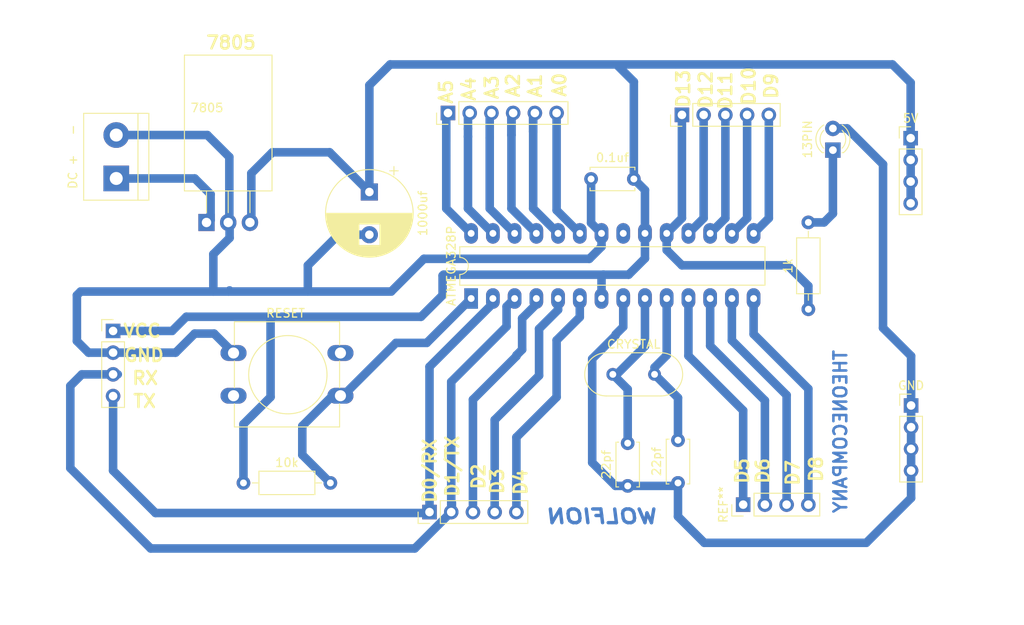
<source format=kicad_pcb>
(kicad_pcb (version 20211014) (generator pcbnew)
  (layers (0 "F.Cu" signal) (31 "B.Cu" signal) (34 "B.Paste" user) (35 "F.Paste" user) (36 "B.SilkS" user "B.Silkscreen") (37 "F.SilkS" user "F.Silkscreen") (38 "B.Mask" user) (39 "F.Mask" user) (44 "Edge.Cuts" user))
  (net 0 "")
  (footprint "Resistor_THT:R_Axial_DIN0207_L6.3mm_D2.5mm_P10.16mm_Horizontal" (layer "F.Cu") (at 167.7 92.68 90)
    (fp_text reference "1k")
    (fp_text value "R_Axial_DIN0207_L6.3mm_D2.5mm_P10.16mm_Horizontal")
  )
  (footprint "TerminalBlock:TerminalBlock_bornier-2_P5.08mm" (layer "F.Cu") (at 86.79 77.38 90)
    (fp_text reference "DC +   -")
    (fp_text value "TerminalBlock_bornier-2_P5.08mm")
  )
  (footprint "Package_DIP:DIP-28_W7.62mm_LongPads" (layer "F.Cu") (at 128.28 91.425 90)
    (fp_text reference "ATMEGA328P")
    (fp_text value "DIP-28_W7.62mm_LongPads")
  )
  (footprint "Crystal:Crystal_HC49-4H_Vertical" (layer "F.Cu") (at 144.84 100.3)
    (fp_text reference "CRYSTAL")
    (fp_text value "Crystal_HC49-4H_Vertical")
  )
  (footprint "Connector_PinHeader_2.54mm:PinHeader_1x05_P2.54mm_Vertical" (layer "F.Cu") (at 123.41 116.41 90)
    (fp_text reference "   ")
    (fp_text value "PinHeader_1x05_P2.54mm_Vertical")
  )
  (footprint "Button_Switch_THT:SW_PUSH-12mm" (layer "F.Cu") (at 100.5 97.8)
    (fp_text reference "RESET")
    (fp_text value "SW_PUSH-12mm")
  )
  (footprint "Capacitor_THT:C_Disc_D5.0mm_W2.5mm_P5.00mm" (layer "F.Cu") (at 152.46 113 90)
    (fp_text reference "22pf")
    (fp_text value "C_Disc_D5.0mm_W2.5mm_P5.00mm")
  )
  (footprint "Package_TO_SOT_THT:TO-220-3_Horizontal_TabDown" (layer "F.Cu") (at 97.34 82.53)
    (fp_text reference "7805")
    (fp_text value "TO-220-3_Horizontal_TabDown")
  )
  (footprint "LED_THT:LED_D3.0mm" (layer "F.Cu") (at 170.57 74.065 90)
    (fp_text reference "13PIN")
    (fp_text value "LED_D3.0mm")
  )
  (footprint "Resistor_THT:R_Axial_DIN0207_L6.3mm_D2.5mm_P10.16mm_Horizontal" (layer "F.Cu") (at 101.66 113)
    (fp_text reference "10k")
    (fp_text value "R_Axial_DIN0207_L6.3mm_D2.5mm_P10.16mm_Horizontal")
  )
  (footprint "Connector_PinHeader_2.54mm:PinHeader_1x04_P2.54mm_Vertical" (layer "F.Cu") (at 179.660173 72.664135)
    (fp_text reference "5V")
    (fp_text value "PinHeader_1x04_P2.54mm_Vertical")
  )
  (footprint "Capacitor_THT:CP_Radial_D10.0mm_P5.00mm" (layer "F.Cu") (at 116.38 78.962323 -90)
    (fp_text reference "1000uf")
    (fp_text value "CP_Radial_D10.0mm_P5.00mm")
  )
  (footprint "Capacitor_THT:C_Disc_D5.0mm_W2.5mm_P5.00mm" (layer "F.Cu") (at 146.58 113.35 90)
    (fp_text reference "22pf")
    (fp_text value "C_Disc_D5.0mm_W2.5mm_P5.00mm")
  )
  (footprint "Connector_PinHeader_2.54mm:PinHeader_1x04_P2.54mm_Vertical" (layer "F.Cu") (at 179.71 103.94)
    (fp_text reference "GND")
    (fp_text value "PinHeader_1x04_P2.54mm_Vertical")
  )
  (footprint "Connector_PinHeader_2.54mm:PinHeader_1x04_P2.54mm_Vertical" (layer "F.Cu") (at 86.42 95.22)
    (fp_text reference "       ")
    (fp_text value "PinHeader_1x04_P2.54mm_Vertical")
  )
  (footprint "Capacitor_THT:C_Disc_D5.0mm_W2.5mm_P5.00mm" (layer "F.Cu") (at 142.3 77.44)
    (fp_text reference "0.1uf")
    (fp_text value "C_Disc_D5.0mm_W2.5mm_P5.00mm")
  )
  (footprint "Connector_PinHeader_2.54mm:PinHeader_1x05_P2.54mm_Vertical" (layer "F.Cu") (at 152.92 69.94 90)
    (fp_text reference "  ")
    (fp_text value "PinHeader_1x05_P2.54mm_Vertical")
  )
  (footprint "Connector_PinHeader_2.54mm:PinHeader_1x06_P2.54mm_Vertical" (layer "F.Cu") (at 125.57 69.72 90)
    (fp_text reference "   ")
    (fp_text value "PinHeader_1x06_P2.54mm_Vertical")
  )
  (footprint "Connector_PinHeader_2.54mm:PinHeader_1x04_P2.54mm_Vertical" (layer "F.Cu") (at 160.08 115.54 90)
    (fp_text reference "REF**")
    (fp_text value "PinHeader_1x04_P2.54mm_Vertical")
  )
  (gr_poly (pts (xy 111.428504 67.413688) (xy 111.432224 67.413836) (xy 111.435838 67.414084) (xy 111.439317 67.414429) (xy 111.442638 67.414869) (xy 111.445773 67.415402) (xy 111.448698 67.416026) (xy 111.451386 67.416739) (xy 111.453812 67.417538) (xy 111.455949 67.418423) (xy 111.458921 67.420065) (xy 111.461945 67.4222) (xy 111.468118 67.427873) (xy 111.474405 67.435284) (xy 111.480742 67.44428) (xy 111.487067 67.454704) (xy 111.493317 67.466401) (xy 111.499428 67.479215) (xy 111.505338 67.492991) (xy 111.510983 67.507573) (xy 111.5163 67.522806) (xy 111.521227 67.538533) (xy 111.5257 67.5546) (xy 111.529656 67.570851) (xy 111.533032 67.587131) (xy 111.535766 67.603284) (xy 111.537793 67.619153) (xy 111.538586 67.625904) (xy 111.539054 67.628804) (xy 111.539634 67.631489) (xy 111.540376 67.634039) (xy 111.541328 67.636529) (xy 111.542538 67.639038) (xy 111.544055 67.641643) (xy 111.545928 67.644421) (xy 111.548204 67.647451) (xy 111.550934 67.65081) (xy 111.554164 67.654574) (xy 111.562324 67.663632) (xy 111.573071 67.675245) (xy 111.580043 67.682771) (xy 111.586431 67.689918) (xy 111.592271 67.69675) (xy 111.5976 67.703335) (xy 111.602453 67.709737) (xy 111.606867 67.716024) (xy 111.610878 67.722261) (xy 111.614522 67.728514) (xy 111.617836 67.73485) (xy 111.620854 67.741335) (xy 111.623615 67.748035) (xy 111.626153 67.755017) (xy 111.628505 67.762345) (xy 111.630707 67.770087) (xy 111.632796 67.778308) (xy 111.634807 67.787075) (xy 111.636638 67.796267) (xy 111.638165 67.80584) (xy 111.639386 67.815779) (xy 111.640303 67.826068) (xy 111.640916 67.836692) (xy 111.641225 67.847636) (xy 111.641232 67.858883) (xy 111.640937 67.870419) (xy 111.640339 67.882228) (xy 111.639441 67.894294) (xy 111.638241 67.906601) (xy 111.636742 67.919135) (xy 111.632844 67.944821) (xy 111.627751 67.971225) (xy 111.618388 68.012422) (xy 111.607544 68.05566) (xy 111.595294 68.100669) (xy 111.581714 68.147173) (xy 111.566877 68.194902) (xy 111.550857 68.243581) (xy 111.533729 68.292938) (xy 111.515568 68.3427) (xy 111.502746 68.377472) (xy 111.492627 68.405897) (xy 111.488475 68.418124) (xy 111.484872 68.429238) (xy 111.481776 68.439395) (xy 111.479144 68.448754) (xy 111.476933 68.457472) (xy 111.475102 68.465708) (xy 111.473608 68.473617) (xy 111.472408 68.481359) (xy 111.47146 68.48909) (xy 111.470723 68.496968) (xy 111.470152 68.505152) (xy 111.469707 68.513798) (xy 111.469431 68.521304) (xy 111.469265 68.528357) (xy 111.469215 68.534975) (xy 111.469283 68.541176) (xy 111.469472 68.546979) (xy 111.469788 68.5524) (xy 111.470232 68.557458) (xy 111.470809 68.562172) (xy 111.471523 68.56656) (xy 111.472377 68.570638) (xy 111.473375 68.574427) (xy 111.474519 68.577943) (xy 111.475815 68.581204) (xy 111.477265 68.58423) (xy 111.478873 68.587037) (xy 111.480643 68.589645) (xy 111.482354 68.59164) (xy 111.48326 68.592442) (xy 111.484207 68.593108) (xy 111.4852 68.593633) (xy 111.486246 68.594015) (xy 111.487349 68.594249) (xy 111.488515 68.59433) (xy 111.489749 68.594255) (xy 111.491056 68.594021) (xy 111.492443 68.593622) (xy 111.493914 68.593055) (xy 111.497131 68.591402) (xy 111.500752 68.589027) (xy 111.504819 68.585901) (xy 111.509375 68.58199) (xy 111.514466 68.577262) (xy 111.520132 68.571686) (xy 111.526419 68.56523) (xy 111.53337 68.55786) (xy 111.549435 68.540256) (xy 111.569031 68.519118) (xy 111.589525 68.497956) (xy 111.610622 68.477041) (xy 111.632029 68.456648) (xy 111.653453 68.437048) (xy 111.674599 68.418514) (xy 111.695176 68.401321) (xy 111.714888 68.385739) (xy 111.74946 68.359281) (xy 111.77874 68.391736) (xy 111.790097 68.404682) (xy 111.800516 68.417268) (xy 111.810047 68.429605) (xy 111.818737 68.441803) (xy 111.826632 68.453975) (xy 111.833782 68.466231) (xy 111.840233 68.478682) (xy 111.846033 68.49144) (xy 111.851229 68.504616) (xy 111.855869 68.51832) (xy 111.860001 68.532663) (xy 111.863672 68.547758) (xy 111.866929 68.563715) (xy 111.86982 68.580644) (xy 111.872394 68.598658) (xy 111.874696 68.617867) (xy 111.876015 68.632357) (xy 111.87693 68.646973) (xy 111.877444 68.661689) (xy 111.877557 68.676483) (xy 111.877271 68.691331) (xy 111.876587 68.706209) (xy 111.875508 68.721093) (xy 111.874035 68.735959) (xy 111.872168 68.750784) (xy 111.869911 68.765544) (xy 111.867264 68.780216) (xy 111.864228 68.794774) (xy 111.860807 68.809196) (xy 111.857 68.823458) (xy 111.85281 68.837536) (xy 111.848238 68.851406) (xy 111.836188 68.884508) (xy 111.822551 68.916334) (xy 111.805375 68.950035) (xy 111.782709 68.988769) (xy 111.752602 69.035687) (xy 111.713102 69.093946) (xy 111.662258 69.166699) (xy 111.598118 69.2571) (xy 111.53661 69.343897) (xy 111.487445 69.414571) (xy 111.466823 69.444973) (xy 111.448484 69.472678) (xy 111.43216 69.498129) (xy 111.417584 69.521772) (xy 111.404488 69.54405) (xy 111.392605 69.565409) (xy 111.381666 69.586292) (xy 111.371403 69.607144) (xy 111.361551 69.628409) (xy 111.351839 69.650533) (xy 111.331771 69.699131) (xy 111.307074 69.763928) (xy 111.285535 69.827773) (xy 111.267006 69.891305) (xy 111.258824 69.923152) (xy 111.251338 69.955159) (xy 111.24453 69.987406) (xy 111.238381 70.019973) (xy 111.227988 70.086382) (xy 111.220009 70.155023) (xy 111.214296 70.226533) (xy 111.213057 70.251333) (xy 111.212251 70.278221) (xy 111.211884 70.307366) (xy 111.211959 70.338937) (xy 111.213453 70.410039) (xy 111.216766 70.492881) (xy 111.217071 70.499042) (xy 111.217327 70.504702) (xy 111.217532 70.509869) (xy 111.217686 70.514554) (xy 111.217788 70.518769) (xy 111.217838 70.522522) (xy 111.217836 70.525825) (xy 111.21778 70.528688) (xy 111.21767 70.53112) (xy 111.217506 70.533133) (xy 111.217404 70.533986) (xy 111.217287 70.534737) (xy 111.217157 70.535388) (xy 111.217013 70.535942) (xy 111.216856 70.536398) (xy 111.216684 70.536758) (xy 111.216498 70.537023) (xy 111.216297 70.537196) (xy 111.216083 70.537276) (xy 111.215855 70.537266) (xy 111.215612 70.537166) (xy 111.215354 70.536978) (xy 111.213281 70.533973) (xy 111.211175 70.528876) (xy 111.209049 70.521812) (xy 111.206921 70.512906) (xy 111.202716 70.490066) (xy 111.198686 70.461351) (xy 111.194953 70.427758) (xy 111.191641 70.390283) (xy 111.188875 70.349922) (xy 111.186779 70.307672) (xy 111.18566 70.272725) (xy 111.185236 70.238572) (xy 111.185539 70.204485) (xy 111.186603 70.169736) (xy 111.188461 70.133599) (xy 111.191145 70.095344) (xy 111.194689 70.054246) (xy 111.199127 70.009575) (xy 111.20503 69.951303) (xy 111.207347 69.92701) (xy 111.209241 69.905616) (xy 111.210712 69.886876) (xy 111.211758 69.870545) (xy 111.21238 69.856376) (xy 111.212576 69.844122) (xy 111.212515 69.838638) (xy 111.212347 69.833539) (xy 111.212072 69.828797) (xy 111.211691 69.824381) (xy 111.211203 69.820259) (xy 111.210608 69.8164) (xy 111.209906 69.812775) (xy 111.209098 69.809352) (xy 111.208182 69.8061) (xy 111.20716 69.80299) (xy 111.20603 69.799989) (xy 111.204794 69.797068) (xy 111.20345 69.794195) (xy 111.201998 69.791341) (xy 111.198774 69.785561) (xy 111.197302 69.783168) (xy 111.195735 69.780883) (xy 111.194075 69.778706) (xy 111.192325 69.77664) (xy 111.190487 69.774684) (xy 111.188567 69.77284) (xy 111.186565 69.771107) (xy 111.184486 69.769488) (xy 111.182333 69.767982) (xy 111.180108 69.766591) (xy 111.177815 69.765315) (xy 111.175457 69.764155) (xy 111.173037 69.763112) (xy 111.170558 69.762186) (xy 111.168024 69.761379) (xy 111.165436 69.76069) (xy 111.160116 69.759674) (xy 111.154621 69.759144) (xy 111.148978 69.759106) (xy 111.143211 69.759566) (xy 111.137345 69.76053) (xy 111.131404 69.762005) (xy 111.125414 69.763997) (xy 111.119399 69.766511) (xy 111.115352 69.768697) (xy 111.110427 69.772009) (xy 111.104728 69.776341) (xy 111.098359 69.781587) (xy 111.091426 69.787641) (xy 111.084034 69.794398) (xy 111.06829 69.809594) (xy 111.051968 69.826329) (xy 111.035906 69.843753) (xy 111.020944 69.861021) (xy 111.014138 69.869331) (xy 111.007921 69.877284) (xy 110.995564 69.894081) (xy 110.983892 69.910738) (xy 110.972905 69.927257) (xy 110.9626 69.943639) (xy 110.952978 69.959884) (xy 110.944036 69.975994) (xy 110.935775 69.991969) (xy 110.928193 70.007811) (xy 110.921289 70.023521) (xy 110.915062 70.0391) (xy 110.909511 70.054548) (xy 110.904634 70.069867) (xy 110.900432 70.085058) (xy 110.896902 70.100122) (xy 110.894044 70.11506) (xy 110.891857 70.129872) (xy 110.891144 70.135683) (xy 110.890455 70.140969) (xy 110.889779 70.145768) (xy 110.889107 70.150119) (xy 110.888428 70.154057) (xy 110.887733 70.157623) (xy 110.887013 70.160852) (xy 110.886257 70.163783) (xy 110.885455 70.166454) (xy 110.884598 70.168902) (xy 110.883676 70.171165) (xy 110.882679 70.173281) (xy 110.881598 70.175287) (xy 110.880421 70.177221) (xy 110.879141 70.179121) (xy 110.877746 70.181025) (xy 110.876759 70.182264) (xy 110.875786 70.183464) (xy 110.874832 70.184616) (xy 110.873904 70.185716) (xy 110.873007 70.186756) (xy 110.872146 70.187729) (xy 110.871328 70.188628) (xy 110.870558 70.189448) (xy 110.869842 70.19018) (xy 110.869185 70.19082) (xy 110.868593 70.191358) (xy 110.868072 70.19179) (xy 110.86784 70.191964) (xy 110.867628 70.192109) (xy 110.867436 70.192223) (xy 110.867265 70.192306) (xy 110.867117 70.192358) (xy 110.866991 70.192377) (xy 110.866888 70.192363) (xy 110.86681 70.192314) (xy 110.866448 70.190628) (xy 110.866526 70.186908) (xy 110.867846 70.174267) (xy 110.870456 70.156186) (xy 110.874042 70.134459) (xy 110.878289 70.110879) (xy 110.882883 70.087241) (xy 110.887511 70.06534) (xy 110.891857 70.04697) (xy 110.896036 70.031173) (xy 110.900385 70.015899) (xy 110.904925 70.001098) (xy 110.909678 69.986722) (xy 110.914664 69.972722) (xy 110.919905 69.959049) (xy 110.925422 69.945656) (xy 110.931236 69.932493) (xy 110.937368 69.919512) (xy 110.94384 69.906665) (xy 110.950673 69.893902) (xy 110.957887 69.881175) (xy 110.965505 69.868436) (xy 110.973547 69.855636) (xy 110.982034 69.842726) (xy 110.990988 69.829659) (xy 111.005369 69.809539) (xy 111.02 69.79) (xy 111.034971 69.770951) (xy 111.050376 69.752301) (xy 111.066305 69.733962) (xy 111.082852 69.715842) (xy 111.100108 69.697853) (xy 111.118164 69.679904) (xy 111.137114 69.661906) (xy 111.157048 69.643768) (xy 111.17806 69.625401) (xy 111.20024 69.606714) (xy 111.248475 69.568023) (xy 111.30249 69.526975) (xy 111.327075 69.508289) (xy 111.350704 69.48939) (xy 111.373396 69.470254) (xy 111.395172 69.450858) (xy 111.41605 69.431179) (xy 111.436051 69.411193) (xy 111.455194 69.390878) (xy 111.473499 69.37021) (xy 111.490986 69.349165) (xy 111.507673 69.327721) (xy 111.523582 69.305855) (xy 111.53873 69.283542) (xy 111.553139 69.26076) (xy 111.566827 69.237486) (xy 111.579815 69.213696) (xy 111.592121 69.189367) (xy 111.606813 69.157325) (xy 111.620179 69.124454) (xy 111.632189 69.090985) (xy 111.642816 69.057147) (xy 111.652032 69.023171) (xy 111.659807 68.989286) (xy 111.666113 68.955723) (xy 111.670923 68.922711) (xy 111.674207 68.890481) (xy 111.675937 68.859261) (xy 111.676085 68.829283) (xy 111.674621 68.800777) (xy 111.671519 68.773971) (xy 111.666749 68.749097) (xy 111.660283 68.726384) (xy 111.656406 68.715909) (xy 111.652093 68.706061) (xy 111.649628 68.701174) (xy 111.646877 68.696314) (xy 111.64386 68.6915) (xy 111.640595 68.686752) (xy 111.637103 68.682089) (xy 111.633403 68.67753) (xy 111.629515 68.673093) (xy 111.625459 68.668799) (xy 111.621253 68.664666) (xy 111.616919 68.660714) (xy 111.612475 68.65696) (xy 111.607941 68.653426) (xy 111.603337 68.650129) (xy 111.598682 68.647089) (xy 111.593996 68.644325) (xy 111.589299 68.641856) (xy 111.583229 68.638937) (xy 111.580627 68.63776) (xy 111.578247 68.636763) (xy 111.576038 68.635939) (xy 111.573951 68.635283) (xy 111.571935 68.634788) (xy 111.56994 68.634448) (xy 111.567916 68.634256) (xy 111.565813 68.634208) (xy 111.563581 68.634296) (xy 111.56117 68.634514) (xy 111.558529 68.634856) (xy 111.555609 68.635316) (xy 111.548729 68.636564) (xy 111.54273 68.637817) (xy 111.536505 68.639459) (xy 111.530052 68.64149) (xy 111.523368 68.643912) (xy 111.51645 68.646724) (xy 111.509296 68.649928) (xy 111.501903 68.653523) (xy 111.494269 68.65751) (xy 111.486391 68.661891) (xy 111.478267 68.666664) (xy 111.469893 68.671831) (xy 111.461268 68.677393) (xy 111.443252 68.689701) (xy 111.424199 68.703592) (xy 111.340342 68.768872) (xy 111.224306 68.861504) (xy 111.112702 68.952085) (xy 111.070002 68.987419) (xy 111.04214 69.011214) (xy 111.036992 69.015836) (xy 111.032224 69.020378) (xy 111.027779 69.02494) (xy 111.023598 69.029625) (xy 111.019623 69.034532) (xy 111.015798 69.039764) (xy 111.012063 69.045422) (xy 111.008362 69.051607) (xy 111.004636 69.058421) (xy 111.000827 69.065964) (xy 110.996877 69.074338) (xy 110.99273 69.083644) (xy 110.983607 69.105458) (xy 110.972996 69.132217) (xy 110.971604 69.135678) (xy 110.970213 69.139039) (xy 110.968831 69.142281) (xy 110.967467 69.145385) (xy 110.96613 69.148335) (xy 110.964829 69.151112) (xy 110.963572 69.153697) (xy 110.962369 69.156074) (xy 110.961227 69.158222) (xy 110.960156 69.160126) (xy 110.959165 69.161765) (xy 110.958262 69.163124) (xy 110.957456 69.164182) (xy 110.957093 69.164593) (xy 110.956757 69.164923) (xy 110.956449 69.165168) (xy 110.956172 69.165327) (xy 110.955925 69.165398) (xy 110.95571 69.165378) (xy 110.95551 69.165295) (xy 110.955305 69.165177) (xy 110.954887 69.164842) (xy 110.954457 69.164381) (xy 110.954018 69.163802) (xy 110.953573 69.16311) (xy 110.953124 69.162315) (xy 110.952674 69.161422) (xy 110.952226 69.160439) (xy 110.951782 69.159374) (xy 110.951345 69.158233) (xy 110.950917 69.157024) (xy 110.950501 69.155754) (xy 110.950099 69.15443) (xy 110.949715 69.15306) (xy 110.94935 69.15165) (xy 110.949007 69.150208) (xy 110.948307 69.145663) (xy 110.94779 69.139195) (xy 110.947271 69.121435) (xy 110.947389 69.098813) (xy 110.948081 69.073215) (xy 110.949286 69.046525) (xy 110.950942 69.020629) (xy 110.952986 68.997412) (xy 110.955357 68.978759) (xy 110.958589 68.959422) (xy 110.962442 68.939704) (xy 110.966883 68.919694) (xy 110.971883 68.899483) (xy 110.977407 68.87916) (xy 110.983424 68.858816) (xy 110.989902 68.838539) (xy 110.996809 68.818421) (xy 111.004112 68.798551) (xy 111.011781 68.779019) (xy 111.019782 68.759915) (xy 111.028085 68.741328) (xy 111.036655 68.723349) (xy 111.045463 68.706068) (xy 111.054475 68.689575) (xy 111.06366 68.673959) (xy 111.06854 68.666202) (xy 111.075054 68.656419) (xy 111.091838 68.632331) (xy 111.111731 68.604803) (xy 111.132452 68.576945) (xy 111.169919 68.526648) (xy 111.186357 68.503871) (xy 111.201409 68.482417) (xy 111.215183 68.462093) (xy 111.227788 68.442708) (xy 111.239333 68.424068) (xy 111.249927 68.40598) (xy 111.259676 68.388252) (xy 111.268691 68.37069) (xy 111.27708 68.353103) (xy 111.284951 68.335298) (xy 111.292412 68.317081) (xy 111.299573 68.298259) (xy 111.306542 68.278641) (xy 111.313426 68.258034) (xy 111.320927 68.235541) (xy 111.329379 68.211776) (xy 111.33874 68.186819) (xy 111.348969 68.160755) (xy 111.360025 68.133666) (xy 111.371866 68.105634) (xy 111.384452 68.076742) (xy 111.39774 68.047072) (xy 111.416233 68.005111) (xy 111.424391 67.985614) (xy 111.431844 67.967031) (xy 111.438609 67.949305) (xy 111.444702 67.932382) (xy 111.450138 67.916203) (xy 111.454934 67.900714) (xy 111.459106 67.885857) (xy 111.46267 67.871576) (xy 111.465641 67.857815) (xy 111.468037 67.844517) (xy 111.469872 67.831627) (xy 111.471163 67.819088) (xy 111.471926 67.806843) (xy 111.472176 67.794836) (xy 111.471968 67.783831) (xy 111.471332 67.773421) (xy 111.470851 67.768431) (xy 111.470258 67.76358) (xy 111.469552 67.758865) (xy 111.468731 67.754284) (xy 111.467794 67.749831) (xy 111.46674 67.745506) (xy 111.465565 67.741303) (xy 111.46427 67.737221) (xy 111.462852 67.733256) (xy 111.461309 67.729405) (xy 111.459641 67.725665) (xy 111.457845 67.722032) (xy 111.45592 67.718503) (xy 111.453864 67.715076) (xy 111.451675 67.711747) (xy 111.449353 67.708513) (xy 111.446895 67.70537) (xy 111.444299 67.702316) (xy 111.441565 67.699348) (xy 111.43869 67.696461) (xy 111.435673 67.693654) (xy 111.432513 67.690922) (xy 111.429207 67.688264) (xy 111.425754 67.685675) (xy 111.422152 67.683152) (xy 111.418401 67.680692) (xy 111.414497 67.678293) (xy 111.41044 67.67595) (xy 111.405894 67.673414) (xy 111.401901 67.671067) (xy 111.398445 67.668871) (xy 111.396913 67.667816) (xy 111.395508 67.666784) (xy 111.394229 67.665768) (xy 111.393073 67.664765) (xy 111.392039 67.663768) (xy 111.391124 67.662773) (xy 111.390326 67.661775) (xy 111.389642 67.660768) (xy 111.389072 67.659747) (xy 111.388612 67.658708) (xy 111.388261 67.657646) (xy 111.388016 67.656554) (xy 111.387876 67.655428) (xy 111.387837 67.654263) (xy 111.387899 67.653055) (xy 111.388058 67.651796) (xy 111.388313 67.650484) (xy 111.388662 67.649112) (xy 111.389102 67.647675) (xy 111.389632 67.646169) (xy 111.39095 67.642926) (xy 111.3926 67.639344) (xy 111.394565 67.635381) (xy 111.396066 67.632038) (xy 111.397391 67.628266) (xy 111.39854 67.624124) (xy 111.39951 67.619671) (xy 111.4003 67.614966) (xy 111.400909 67.610068) (xy 111.401335 67.605035) (xy 111.401577 67.599927) (xy 111.401632 67.594802) (xy 111.4015 67.58972) (xy 111.401179 67.584738) (xy 111.400667 67.579918) (xy 111.399963 67.575316) (xy 111.399066 67.570992) (xy 111.397972 67.567005) (xy 111.396682 67.563414) (xy 111.395789 67.561406) (xy 111.394829 67.559484) (xy 111.393805 67.557648) (xy 111.392718 67.555898) (xy 111.391572 67.554237) (xy 111.390367 67.552665) (xy 111.389106 67.551181) (xy 111.387791 67.549788) (xy 111.386424 67.548486) (xy 111.385006 67.547276) (xy 111.383541 67.546158) (xy 111.382029 67.545133) (xy 111.380473 67.544203) (xy 111.378875 67.543367) (xy 111.377236 67.542627) (xy 111.37556 67.541983) (xy 111.373847 67.541436) (xy 111.3721 67.540988) (xy 111.370321 67.540638) (xy 111.368512 67.540387) (xy 111.366674 67.540237) (xy 111.364811 67.540188) (xy 111.362923 67.54024) (xy 111.361013 67.540395) (xy 111.359083 67.540654) (xy 111.357135 67.541017) (xy 111.35517 67.541484) (xy 111.353192 67.542057) (xy 111.351201 67.542737) (xy 111.349201 67.543524) (xy 111.347192 67.544419) (xy 111.345177 67.545423) (xy 111.342555 67.546858) (xy 111.340114 67.548386) (xy 111.337852 67.550011) (xy 111.335767 67.551734) (xy 111.333858 67.553559) (xy 111.332123 67.555487) (xy 111.330561 67.557522) (xy 111.329169 67.559666) (xy 111.327947 67.561921) (xy 111.326893 67.564291) (xy 111.326006 67.566778) (xy 111.325283 67.569384) (xy 111.324724 67.572112) (xy 111.324326 67.574964) (xy 111.324089 67.577944) (xy 111.32401 67.581053) (xy 111.324045 67.58324) (xy 111.324157 67.585318) (xy 111.324356 67.587312) (xy 111.324655 67.589244) (xy 111.325063 67.591139) (xy 111.325591 67.593021) (xy 111.326251 67.594914) (xy 111.327053 67.59684) (xy 111.328007 67.598824) (xy 111.329126 67.60089) (xy 111.330419 67.603061) (xy 111.331898 67.605362) (xy 111.333573 67.607815) (xy 111.335455 67.610445) (xy 111.337556 67.613276) (xy 111.339885 67.616331) (xy 111.341517 67.618383) (xy 111.343099 67.620431) (xy 111.344625 67.622459) (xy 111.346086 67.624456) (xy 111.347475 67.626407) (xy 111.348784 67.628299) (xy 111.350004 67.630119) (xy 111.35113 67.631853) (xy 111.352152 67.633488) (xy 111.353062 67.63501) (xy 111.353854 67.636406) (xy 111.35452 67.637663) (xy 111.355051 67.638767) (xy 111.355439 67.639704) (xy 111.355678 67.640461) (xy 111.355739 67.640768) (xy 111.35576 67.641025) (xy 111.355522 67.642774) (xy 111.354822 67.644641) (xy 111.353684 67.646613) (xy 111.352129 67.648682) (xy 111.34786 67.653062) (xy 111.342194 67.657694) (xy 111.335311 67.662492) (xy 111.327389 67.667368) (xy 111.318609 67.672236) (xy 111.309149 67.677009) (xy 111.299189 67.6816) (xy 111.288908 67.685922) (xy 111.278485 67.689888) (xy 111.2681 67.693413) (xy 111.257932 67.696408) (xy 111.248161 67.698787) (xy 111.238965 67.700464) (xy 111.230524 67.70135) (xy 111.22477 67.70158) (xy 111.219401 67.701601) (xy 111.216855 67.70153) (xy 111.214397 67.701403) (xy 111.212025 67.701219) (xy 111.209737 67.700975) (xy 111.207531 67.700672) (xy 111.205403 67.700308) (xy 111.203351 67.699881) (xy 111.201372 67.699391) (xy 111.199465 67.698835) (xy 111.197626 67.698213) (xy 111.195853 67.697523) (xy 111.194144 67.696764) (xy 111.192495 67.695935) (xy 111.190905 67.695034) (xy 111.189371 67.694061) (xy 111.187891 67.693013) (xy 111.186461 67.69189) (xy 111.18508 67.69069) (xy 111.183744 67.689412) (xy 111.182452 67.688055) (xy 111.181201 67.686617) (xy 111.179988 67.685097) (xy 111.178811 67.683494) (xy 111.177667 67.681807) (xy 111.176554 67.680034) (xy 111.175469 67.678173) (xy 111.17441 67.676225) (xy 111.173374 67.674187) (xy 111.171633 67.67061) (xy 111.170116 67.667141) (xy 111.168822 67.663752) (xy 111.167751 67.660417) (xy 111.166904 67.657112) (xy 111.16628 67.653809) (xy 111.165879 67.650484) (xy 111.165701 67.647111) (xy 111.165746 67.643663) (xy 111.166015 67.640114) (xy 111.166507 67.63644) (xy 111.167222 67.632614) (xy 111.168161 67.62861) (xy 111.169322 67.624402) (xy 111.170707 67.619965) (xy 111.172315 67.615272) (xy 111.173701 67.611251) (xy 111.174934 67.607445) (xy 111.175993 67.603937) (xy 111.176451 67.60232) (xy 111.176857 67.600809) (xy 111.177211 67.599413) (xy 111.177507 67.598144) (xy 111.177745 67.59701) (xy 111.177921 67.596024) (xy 111.178034 67.595195) (xy 111.178079 67.594533) (xy 111.178056 67.594049) (xy 111.178017 67.593877) (xy 111.17796 67.593753) (xy 111.177586 67.593512) (xy 111.177129 67.593382) (xy 111.17659 67.593361) (xy 111.175974 67.593446) (xy 111.174518 67.593925) (xy 111.172784 67.5948) (xy 111.170796 67.596052) (xy 111.168578 67.59766) (xy 111.166151 67.599605) (xy 111.16354 67.601867) (xy 111.160768 67.604427) (xy 111.157858 67.607265) (xy 111.154833 67.610361) (xy 111.151717 67.613696) (xy 111.148532 67.61725) (xy 111.145302 67.621004) (xy 111.142051 67.624937) (xy 111.138801 67.629031) (xy 111.127056 67.644692) (xy 111.12198 67.652222) (xy 111.117332 67.659866) (xy 111.113033 67.667861) (xy 111.109005 67.676445) (xy 111.10517 67.685853) (xy 111.101451 67.696323) (xy 111.097769 67.708091) (xy 111.094046 67.721394) (xy 111.086166 67.753551) (xy 111.077186 67.794686) (xy 111.066482 67.846695) (xy 111.05881 67.883685) (xy 111.052266 67.914147) (xy 111.046558 67.93916) (xy 111.043925 67.949961) (xy 111.041391 67.959804) (xy 111.038919 67.968824) (xy 111.036472 67.977157) (xy 111.034014 67.984937) (xy 111.031507 67.992298) (xy 111.028916 67.999377) (xy 111.026204 68.006307) (xy 111.023333 68.013223) (xy 111.020268 68.020261) (xy 111.005181 68.053717) (xy 110.989929 68.084908) (xy 110.973884 68.114842) (xy 110.965367 68.129653) (xy 110.956416 68.144527) (xy 110.936897 68.174974) (xy 110.9147 68.20719) (xy 110.889195 68.242184) (xy 110.859755 68.280964) (xy 110.837972 68.309761) (xy 110.818915 68.335722) (xy 110.802164 68.359484) (xy 110.787303 68.381682) (xy 110.773913 68.402955) (xy 110.761577 68.423938) (xy 110.749878 68.445269) (xy 110.738399 68.467584) (xy 110.728963 68.486814) (xy 110.720342 68.505179) (xy 110.712499 68.522821) (xy 110.705398 68.539881) (xy 110.699001 68.556503) (xy 110.693273 68.57283) (xy 110.688176 68.589004) (xy 110.683674 68.605167) (xy 110.67973 68.621463) (xy 110.676308 68.638033) (xy 110.67337 68.655021) (xy 110.670881 68.67257) (xy 110.668802 68.690821) (xy 110.667099 68.709917) (xy 110.665733 68.730002) (xy 110.664668 68.751217) (xy 110.664094 68.763787) (xy 110.663445 68.775647) (xy 110.662746 68.786514) (xy 110.662022 68.796108) (xy 110.661299 68.804147) (xy 110.6606 68.810351) (xy 110.660268 68.812677) (xy 110.659951 68.814439) (xy 110.659653 68.815601) (xy 110.659512 68.815946) (xy 110.659377 68.816128) (xy 110.658758 68.816579) (xy 110.658095 68.816748) (xy 110.657391 68.816645) (xy 110.656648 68.816279) (xy 110.655061 68.814796) (xy 110.653357 68.812374) (xy 110.651563 68.809091) (xy 110.649703 68.805022) (xy 110.647801 68.800243) (xy 110.645883 68.794829) (xy 110.643973 68.788858) (xy 110.642096 68.782404) (xy 110.638541 68.768354) (xy 110.635415 68.753288) (xy 110.634076 68.745563) (xy 110.632918 68.737811) (xy 110.631876 68.729665) (xy 110.630997 68.720664) (xy 110.629721 68.700643) (xy 110.629074 68.678844) (xy 110.629038 68.656364) (xy 110.629597 68.634297) (xy 110.630735 68.613738) (xy 110.632436 68.595785) (xy 110.633492 68.588127) (xy 110.634682 68.581531) (xy 110.641049 68.55531) (xy 110.650761 68.521983) (xy 110.663623 68.482083) (xy 110.679441 68.436142) (xy 110.69802 68.384695) (xy 110.719167 68.328275) (xy 110.768385 68.202647) (xy 110.786079 68.158605) (xy 110.799804 68.123554) (xy 110.805334 68.108892) (xy 110.810057 68.095869) (xy 110.814036 68.084282) (xy 110.817333 68.073928) (xy 110.82001 68.064602) (xy 110.822128 68.056103) (xy 110.823751 68.048228) (xy 110.82494 68.040772) (xy 110.825756 68.033534) (xy 110.826262 68.026309) (xy 110.826521 68.018895) (xy 110.826593 68.011089) (xy 110.826541 68.0033) (xy 110.826371 67.996166) (xy 110.826068 67.989635) (xy 110.825612 67.98365) (xy 110.824987 67.978157) (xy 110.824175 67.973101) (xy 110.823693 67.97072) (xy 110.823158 67.968427) (xy 110.822567 67.966217) (xy 110.821919 67.964082) (xy 110.821211 67.962014) (xy 110.82044 67.960009) (xy 110.819605 67.958057) (xy 110.818704 67.956154) (xy 110.817734 67.954291) (xy 110.816693 67.952462) (xy 110.815579 67.95066) (xy 110.814389 67.948879) (xy 110.813122 67.947111) (xy 110.811776 67.94535) (xy 110.808834 67.941819) (xy 110.805548 67.938233) (xy 110.801899 67.934536) (xy 110.796553 67.929625) (xy 110.791329 67.925341) (xy 110.786176 67.921683) (xy 110.781041 67.91865) (xy 110.778464 67.917368) (xy 110.775873 67.916242) (xy 110.77326 67.915272) (xy 110.77062 67.914457) (xy 110.767946 67.913798) (xy 110.765231 67.913294) (xy 110.762469 67.912946) (xy 110.759654 67.912752) (xy 110.756778 67.912714) (xy 110.753837 67.912831) (xy 110.750822 67.913102) (xy 110.747728 67.913528) (xy 110.741276 67.914844) (xy 110.73443 67.916776) (xy 110.727137 67.919325) (xy 110.719346 67.922488) (xy 110.711005 67.926266) (xy 110.702063 67.930656) (xy 110.690064 67.936896) (xy 110.67804 67.943688) (xy 110.666032 67.950994) (xy 110.654079 67.958779) (xy 110.642224 67.967006) (xy 110.630507 67.975639) (xy 110.618969 67.984642) (xy 110.607651 67.993979) (xy 110.596592 68.003614) (xy 110.585836 68.01351) (xy 110.575421 68.023632) (xy 110.565389 68.033943) (xy 110.555781 68.044406) (xy 110.546637 68.054987) (xy 110.537999 68.065648) (xy 110.529907 68.076353) (xy 110.527598 68.079673) (xy 110.524467 68.084456) (xy 110.516281 68.09752) (xy 110.506442 68.113759) (xy 110.49604 68.131386) (xy 110.491323 68.139242) (xy 110.486956 68.146407) (xy 110.482935 68.152886) (xy 110.479256 68.158683) (xy 110.475914 68.163801) (xy 110.472904 68.168246) (xy 110.471522 68.170217) (xy 110.470222 68.172021) (xy 110.469002 68.173659) (xy 110.467862 68.175131) (xy 110.466802 68.176437) (xy 110.465821 68.177579) (xy 110.464919 68.178556) (xy 110.464094 68.17937) (xy 110.463347 68.18002) (xy 110.462676 68.180507) (xy 110.462081 68.180833) (xy 110.461812 68.180934) (xy 110.461562 68.180996) (xy 110.461331 68.181017) (xy 110.461118 68.180998) (xy 110.460924 68.180939) (xy 110.460748 68.180839) (xy 110.460591 68.1807) (xy 110.460452 68.180521) (xy 110.460331 68.180301) (xy 110.460229 68.180042) (xy 110.460078 68.179405) (xy 110.46 68.178608) (xy 110.459993 68.177654) (xy 110.460057 68.176542) (xy 110.460174 68.17458) (xy 110.460261 68.171691) (xy 110.460366 68.163666) (xy 110.46041 68.142322) (xy 110.460122 68.134589) (xy 110.459597 68.127768) (xy 110.458745 68.121821) (xy 110.457477 68.116707) (xy 110.45666 68.114452) (xy 110.455706 68.11239) (xy 110.454603 68.110518) (xy 110.453341 68.10883) (xy 110.451908 68.107322) (xy 110.450293 68.105988) (xy 110.448486 68.104824) (xy 110.446475 68.103826) (xy 110.444249 68.102987) (xy 110.441797 68.102304) (xy 110.439108 68.101771) (xy 110.43617 68.101385) (xy 110.429506 68.101028) (xy 110.421715 68.101196) (xy 110.412708 68.10185) (xy 110.402397 68.102951) (xy 110.390693 68.104461) (xy 110.377507 68.106339) (xy 110.352171 68.110607) (xy 110.327743 68.115478) (xy 110.304209 68.120962) (xy 110.281552 68.127065) (xy 110.259754 68.133797) (xy 110.249172 68.137401) (xy 110.238799 68.141165) (xy 110.228633 68.14509) (xy 110.218672 68.149178) (xy 110.208913 68.153429) (xy 110.199354 68.157845) (xy 110.1951 68.159907) (xy 110.191179 68.161875) (xy 110.187564 68.163769) (xy 110.184224 68.165611) (xy 110.181129 68.167422) (xy 110.178252 68.169224) (xy 110.175561 68.171037) (xy 110.173028 68.172882) (xy 110.170624 68.174781) (xy 110.168318 68.176755) (xy 110.166081 68.178825) (xy 110.163884 68.181012) (xy 110.161697 68.183338) (xy 110.159491 68.185824) (xy 110.157237 68.18849) (xy 110.154905 68.191359) (xy 110.150899 68.196585) (xy 110.146968 68.201917) (xy 110.143137 68.207309) (xy 110.139432 68.212718) (xy 110.135878 68.218101) (xy 110.1325 68.223413) (xy 110.129323 68.22861) (xy 110.126373 68.233648) (xy 110.123676 68.238484) (xy 110.121256 68.243073) (xy 110.119139 68.247372) (xy 110.11735 68.251336) (xy 110.115915 68.254923) (xy 110.114858 68.258087) (xy 110.114205 68.260785) (xy 110.114038 68.261945) (xy 110.113982 68.262973) (xy 110.114059 68.264) (xy 110.114286 68.265218) (xy 110.114654 68.266613) (xy 110.115156 68.26817) (xy 110.115784 68.269874) (xy 110.116531 68.27171) (xy 110.118348 68.275717) (xy 110.120545 68.28007) (xy 110.123061 68.284652) (xy 110.125833 68.28934) (xy 110.128799 68.294017) (xy 110.13212 68.299314) (xy 110.134915 68.303986) (xy 110.137145 68.308066) (xy 110.13877 68.31159) (xy 110.139345 68.313154) (xy 110.139753 68.314593) (xy 110.139991 68.31591) (xy 110.140054 68.31711) (xy 110.139937 68.318198) (xy 110.139635 68.319177) (xy 110.139143 68.320052) (xy 110.138456 68.320828) (xy 110.13757 68.321509) (xy 110.13648 68.322099) (xy 110.13518 68.322603) (xy 110.133667 68.323025) (xy 110.131935 68.323369) (xy 110.129978 68.32364) (xy 110.125376 68.323981) (xy 110.11982 68.324082) (xy 110.113273 68.323978) (xy 110.097049 68.323298) (xy 110.078842 68.322576) (xy 110.057229 68.322019) (xy 110.034888 68.32166) (xy 110.014499 68.321534) (xy 109.970049 68.321534) (xy 109.931596 68.340936) (xy 109.9206 68.346557) (xy 109.915711 68.349171) (xy 109.911162 68.351702) (xy 109.906905 68.354185) (xy 109.902891 68.356656) (xy 109.899069 68.359152) (xy 109.895392 68.361706) (xy 109.89181 68.364356) (xy 109.888274 68.367136) (xy 109.884735 68.370083) (xy 109.881143 68.373232) (xy 109.877451 68.376619) (xy 109.873607 68.380279) (xy 109.869565 68.384248) (xy 109.865274 68.388561) (xy 109.857192 68.39681) (xy 109.853589 68.400642) (xy 109.850231 68.404343) (xy 109.847087 68.407959) (xy 109.844122 68.411537) (xy 109.841302 68.415124) (xy 109.838595 68.418768) (xy 109.835966 68.422515) (xy 109.833383 68.426413) (xy 109.83081 68.430508) (xy 109.828216 68.434847) (xy 109.825565 68.439478) (xy 109.822825 68.444447) (xy 109.816943 68.455589) (xy 109.810213 68.469044) (xy 109.804032 68.482081) (xy 109.798376 68.494789) (xy 109.793224 68.507255) (xy 109.788554 68.519565) (xy 109.784344 68.531808) (xy 109.78057 68.54407) (xy 109.777212 68.55644) (xy 109.774246 68.569003) (xy 109.771651 68.581849) (xy 109.769404 68.595063) (xy 109.767483 68.608733) (xy 109.765866 68.622948) (xy 109.76453 68.637793) (xy 109.763454 68.653356) (xy 109.762616 68.669725) (xy 109.762148 68.679016) (xy 109.761671 68.687442) (xy 109.761182 68.69501) (xy 109.760681 68.701723) (xy 109.760165 68.707587) (xy 109.759633 68.712606) (xy 109.759083 68.716785) (xy 109.758801 68.718561) (xy 109.758515 68.720128) (xy 109.758223 68.721488) (xy 109.757925 68.722641) (xy 109.757622 68.723587) (xy 109.757314 68.724327) (xy 109.756999 68.724861) (xy 109.756678 68.725191) (xy 109.756515 68.725279) (xy 109.756351 68.725316) (xy 109.756185 68.725303) (xy 109.756018 68.725238) (xy 109.755677 68.724957) (xy 109.75533 68.724473) (xy 109.754976 68.723787) (xy 109.754614 68.7229) (xy 109.754245 68.721813) (xy 109.753868 68.720525) (xy 109.753483 68.719037) (xy 109.753091 68.71735) (xy 109.742248 68.67505) (xy 109.723766 68.607548) (xy 109.705217 68.542031) (xy 109.698285 68.518512) (xy 109.694177 68.505684) (xy 109.693024 68.502703) (xy 109.691804 68.499828) (xy 109.690496 68.497032) (xy 109.689083 68.49429) (xy 109.687547 68.491575) (xy 109.685867 68.48886) (xy 109.684026 68.486119) (xy 109.682006 68.483326) (xy 109.679787 68.480455) (xy 109.677351 68.477479) (xy 109.674679 68.474371) (xy 109.671753 68.471106) (xy 109.668554 68.467657) (xy 109.665064 68.463997) (xy 109.657135 68.455942) (xy 109.650923 68.449843) (xy 109.644979 68.444238) (xy 109.639287 68.43912) (xy 109.633835 68.434478) (xy 109.628608 68.430303) (xy 109.623593 68.426586) (xy 109.618775 68.423317) (xy 109.61414 68.420488) (xy 109.609675 68.418089) (xy 109.605366 68.41611) (xy 109.603265 68.415275) (xy 109.601198 68.414542) (xy 109.599162 68.41391) (xy 109.597157 68.413377) (xy 109.595181 68.412942) (xy 109.593231 68.412605) (xy 109.591306 68.412363) (xy 109.589404 68.412215) (xy 109.587523 68.412162) (xy 109.585663 68.4122) (xy 109.58382 68.41233) (xy 109.581993 68.41255) (xy 109.577898 68.413432) (xy 109.573073 68.414859) (xy 109.567602 68.416787) (xy 109.561565 68.419176) (xy 109.555045 68.421982) (xy 109.548123 68.425164) (xy 109.533398 68.432482) (xy 109.518045 68.440793) (xy 109.502718 68.449757) (xy 109.488068 68.459036) (xy 109.481201 68.463687) (xy 109.474749 68.468289) (xy 109.46418 68.476414) (xy 109.453019 68.485663) (xy 109.441328 68.495969) (xy 109.429169 68.507266) (xy 109.40369 68.532564) (xy 109.377074 68.561026) (xy 109.349813 68.592116) (xy 109.322399 68.625303) (xy 109.295324 68.660052) (xy 109.269079 68.695831) (xy 109.254907 68.716404) (xy 109.241756 68.73712) (xy 109.229621 68.757991) (xy 109.2185 68.779026) (xy 109.208387 68.800237) (xy 109.199279 68.821634) (xy 109.191171 68.843229) (xy 109.18406 68.865032) (xy 109.177941 68.887054) (xy 109.17281 68.909306) (xy 109.168663 68.931799) (xy 109.165495 68.954544) (xy 109.163303 68.977551) (xy 109.162083 69.000831) (xy 109.16183 69.024396) (xy 109.162541 69.048256) (xy 109.163866 69.067897) (xy 109.1656 69.085331) (xy 109.166686 69.093491) (xy 109.167954 69.101425) (xy 109.16943 69.109241) (xy 109.17114 69.117047) (xy 109.17311 69.124953) (xy 109.175367 69.133067) (xy 109.177937 69.141497) (xy 109.180846 69.150352) (xy 109.18779 69.16977) (xy 109.196407 69.192189) (xy 109.200776 69.203144) (xy 109.20483 69.213615) (xy 109.208487 69.22335) (xy 109.211665 69.232097) (xy 109.21428 69.239604) (xy 109.216251 69.245618) (xy 109.217494 69.249888) (xy 109.217817 69.25129) (xy 109.217927 69.252161) (xy 109.217658 69.25489) (xy 109.217322 69.25592) (xy 109.216851 69.256727) (xy 109.216246 69.257311) (xy 109.215506 69.257673) (xy 109.214631 69.257812) (xy 109.213622 69.257729) (xy 109.212477 69.257423) (xy 109.211198 69.256896) (xy 109.208234 69.255175) (xy 109.20473 69.252568) (xy 109.200685 69.249075) (xy 109.196098 69.244697) (xy 109.190969 69.239435) (xy 109.185297 69.233291) (xy 109.179083 69.226265) (xy 109.165022 69.209573) (xy 109.148782 69.189367) (xy 109.135993 69.173416) (xy 109.123262 69.158351) (xy 109.11055 69.14414) (xy 109.097817 69.130751) (xy 109.085021 69.118151) (xy 109.072123 69.106308) (xy 109.059083 69.095192) (xy 109.045859 69.084768) (xy 109.032413 69.075007) (xy 109.018702 69.065874) (xy 109.004688 69.057339) (xy 108.99033 69.049369) (xy 108.975587 69.041933) (xy 108.96042 69.034998) (xy 108.944787 69.028532) (xy 108.928649 69.022503) (xy 108.914417 69.017967) (xy 108.899594 69.01413) (xy 108.88392 69.010963) (xy 108.867133 69.008436) (xy 108.848974 69.006521) (xy 108.829182 69.005189) (xy 108.807497 69.004412) (xy 108.783657 69.004159) (xy 108.757031 69.004429) (xy 108.730965 69.005244) (xy 108.705419 69.006612) (xy 108.680349 69.008541) (xy 108.655712 69.011038) (xy 108.631468 69.014112) (xy 108.607573 69.017769) (xy 108.583985 69.022018) (xy 108.560662 69.026867) (xy 108.53756 69.032322) (xy 108.514639 69.038393) (xy 108.491855 69.045086) (xy 108.469166 69.05241) (xy 108.44653 69.060372) (xy 108.423904 69.06898) (xy 108.401246 69.078242) (xy 108.388839 69.083614) (xy 108.377111 69.088907) (xy 108.366008 69.094156) (xy 108.355473 69.099398) (xy 108.345451 69.104668) (xy 108.335886 69.110004) (xy 108.326722 69.115442) (xy 108.317902 69.121016) (xy 108.309373 69.126765) (xy 108.301077 69.132723) (xy 108.292958 69.138927) (xy 108.284962 69.145413) (xy 108.277032 69.152218) (xy 108.269112 69.159377) (xy 108.261146 69.166926) (xy 108.25308 69.174903) (xy 108.24675 69.18145) (xy 108.240843 69.187755) (xy 108.235334 69.193857) (xy 108.230199 69.199796) (xy 108.225412 69.205611) (xy 108.220951 69.211341) (xy 108.216791 69.217026) (xy 108.212907 69.222704) (xy 108.209275 69.228416) (xy 108.205871 69.2342) (xy 108.202671 69.240096) (xy 108.19965 69.246142) (xy 108.196784 69.252379) (xy 108.194049 69.258845) (xy 108.191421 69.26558) (xy 108.188874 69.272622) (xy 108.186183 69.280756) (xy 108.184145 69.287946) (xy 108.183347 69.291431) (xy 108.182685 69.294971) (xy 108.182149 69.298665) (xy 108.18173 69.302609) (xy 108.181419 69.306899) (xy 108.181205 69.311635) (xy 108.181036 69.322827) (xy 108.181147 69.336963) (xy 108.181466 69.35482) (xy 108.181853 69.373143) (xy 108.182066 69.380737) (xy 108.182315 69.387435) (xy 108.182617 69.39335) (xy 108.182991 69.398594) (xy 108.183454 69.403278) (xy 108.184023 69.407516) (xy 108.184717 69.411419) (xy 108.185552 69.415099) (xy 108.186546 69.418668) (xy 108.187716 69.422239) (xy 108.189082 69.425924) (xy 108.190659 69.429834) (xy 108.194518 69.438781) (xy 108.204701 69.460546) (xy 108.216877 69.482862) (xy 108.230874 69.505551) (xy 108.24652 69.528436) (xy 108.263642 69.551339) (xy 108.282067 69.574084) (xy 108.301622 69.596493) (xy 108.322136 69.618389) (xy 108.343435 69.639594) (xy 108.365347 69.659932) (xy 108.387699 69.679225) (xy 108.410319 69.697295) (xy 108.433034 69.713966) (xy 108.455672 69.729061) (xy 108.478059 69.742402) (xy 108.500024 69.753811) (xy 108.511096 69.758979) (xy 108.522556 69.764011) (xy 108.534312 69.768881) (xy 108.546271 69.773561) (xy 108.558342 69.778025) (xy 108.570432 69.782244) (xy 108.58245 69.786191) (xy 108.594304 69.789839) (xy 108.605901 69.79316) (xy 108.61715 69.796127) (xy 108.627959 69.798713) (xy 108.638236 69.800891) (xy 108.647888 69.802632) (xy 108.656824 69.803909) (xy 108.664952 69.804696) (xy 108.67218 69.804964) (xy 108.681402 69.804557) (xy 108.69093 69.803347) (xy 108.700735 69.801348) (xy 108.710792 69.798576) (xy 108.721074 69.795044) (xy 108.731556 69.79077) (xy 108.74221 69.785766) (xy 108.75301 69.780049) (xy 108.76393 69.773634) (xy 108.774943 69.766534) (xy 108.786024 69.758766) (xy 108.797145 69.750344) (xy 108.808282 69.741284) (xy 108.819406 69.7316) (xy 108.830492 69.721307) (xy 108.841513 69.71042) (xy 108.862327 69.689606) (xy 108.858446 69.635278) (xy 108.857113 69.616239) (xy 108.856408 69.60798) (xy 108.855652 69.600441) (xy 108.854822 69.59353) (xy 108.853901 69.587157) (xy 108.852866 69.58123) (xy 108.851699 69.575659) (xy 108.850379 69.570352) (xy 108.848886 69.565219) (xy 108.8472 69.560168) (xy 108.8453 69.555109) (xy 108.843166 69.549951) (xy 108.840779 69.544603) (xy 108.838118 69.538974) (xy 108.835163 69.532972) (xy 108.828976 69.521424) (xy 108.822096 69.509839) (xy 108.814584 69.498279) (xy 108.8065 69.486808) (xy 108.797902 69.475488) (xy 108.788852 69.464381) (xy 108.77941 69.45355) (xy 108.769634 69.443058) (xy 108.759586 69.432967) (xy 108.749325 69.423339) (xy 108.738911 69.414237) (xy 108.728403 69.405724) (xy 108.717863 69.397862) (xy 108.70735 69.390714) (xy 108.696923 69.384342) (xy 108.686643 69.378809) (xy 108.685051 69.378066) (xy 108.6832 69.377296) (xy 108.678811 69.375705) (xy 108.673652 69.374089) (xy 108.667902 69.372503) (xy 108.661739 69.370999) (xy 108.65534 69.369631) (xy 108.648883 69.368453) (xy 108.642546 69.36752) (xy 108.633833 69.366273) (xy 108.626351 69.365036) (xy 108.620108 69.363796) (xy 108.615112 69.362537) (xy 108.611371 69.361244) (xy 108.609973 69.360581) (xy 108.608892 69.359905) (xy 108.608129 69.359212) (xy 108.607684 69.358503) (xy 108.607558 69.357774) (xy 108.607753 69.357025) (xy 108.60827 69.356252) (xy 108.609109 69.355455) (xy 108.610271 69.354632) (xy 108.611757 69.353781) (xy 108.615707 69.351986) (xy 108.620966 69.350057) (xy 108.627542 69.347979) (xy 108.635442 69.345738) (xy 108.644674 69.34332) (xy 108.655246 69.340709) (xy 108.663922 69.338758) (xy 108.672846 69.337009) (xy 108.681958 69.335464) (xy 108.691202 69.334127) (xy 108.700518 69.333001) (xy 108.709847 69.332089) (xy 108.719133 69.331394) (xy 108.728315 69.330919) (xy 108.737336 69.330667) (xy 108.746138 69.330642) (xy 108.754662 69.330846) (xy 108.762849 69.331283) (xy 108.770641 69.331955) (xy 108.77798 69.332866) (xy 108.784808 69.334019) (xy 108.791066 69.335417) (xy 108.799995 69.337936) (xy 108.809356 69.341149) (xy 108.819199 69.345091) (xy 108.829573 69.349793) (xy 108.840531 69.355288) (xy 108.852122 69.361611) (xy 108.864398 69.368793) (xy 108.877408 69.376868) (xy 108.905836 69.39583) (xy 108.93781 69.418761) (xy 108.973737 69.445925) (xy 109.014021 69.477586) (xy 109.043833 69.50083) (xy 109.057331 69.511018) (xy 109.070019 69.520328) (xy 109.081994 69.528814) (xy 109.093353 69.536535) (xy 109.104191 69.543546) (xy 109.114607 69.549906) (xy 109.124696 69.55567) (xy 109.134555 69.560896) (xy 109.14428 69.56564) (xy 109.153969 69.569959) (xy 109.163718 69.57391) (xy 109.173624 69.577551) (xy 109.183782 69.580937) (xy 109.194291 69.584125) (xy 109.210318 69.588598) (xy 109.225708 69.592493) (xy 109.240433 69.595808) (xy 109.254467 69.598545) (xy 109.267784 69.600703) (xy 109.280357 69.602282) (xy 109.29216 69.603283) (xy 109.303167 69.603704) (xy 109.313351 69.603547) (xy 109.318126 69.603252) (xy 109.322686 69.602811) (xy 109.327027 69.602226) (xy 109.331146 69.601497) (xy 109.335039 69.600622) (xy 109.338704 69.599603) (xy 109.342136 69.59844) (xy 109.345333 69.597131) (xy 109.348292 69.595678) (xy 109.351009 69.59408) (xy 109.35348 69.592338) (xy 109.355703 69.59045) (xy 109.357674 69.588419) (xy 109.359391 69.586242) (xy 109.360325 69.584827) (xy 109.361146 69.583474) (xy 109.361856 69.582153) (xy 109.362455 69.580834) (xy 109.362948 69.579489) (xy 109.363335 69.578087) (xy 109.363618 69.5766) (xy 109.3638 69.574997) (xy 109.363883 69.57325) (xy 109.363869 69.571328) (xy 109.36376 69.569203) (xy 109.363558 69.566845) (xy 109.363265 69.564224) (xy 109.362883 69.561311) (xy 109.36186 69.554492) (xy 109.361085 69.547988) (xy 109.360355 69.538314) (xy 109.359082 69.511321) (xy 109.358139 69.47725) (xy 109.357627 69.439839) (xy 109.357685 69.413046) (xy 109.357897 69.390792) (xy 109.358315 69.37216) (xy 109.358994 69.356231) (xy 109.359987 69.342088) (xy 109.361347 69.328813) (xy 109.36313 69.315489) (xy 109.365388 69.301198) (xy 109.369147 69.279707) (xy 109.373274 69.258523) (xy 109.377752 69.237687) (xy 109.382569 69.217242) (xy 109.387711 69.197228) (xy 109.393163 69.177689) (xy 109.398912 69.158665) (xy 109.404943 69.140199) (xy 109.411243 69.122332) (xy 109.417798 69.105106) (xy 109.424594 69.088564) (xy 109.431616 69.072746) (xy 109.438852 69.057696) (xy 109.446286 69.043454) (xy 109.453906 69.030063) (xy 109.461696 69.017564) (xy 109.464776 69.013074) (xy 109.468394 69.008018) (xy 109.476849 68.996695) (xy 109.486271 68.984562) (xy 109.495871 68.972585) (xy 109.50486 68.961733) (xy 109.512447 68.952973) (xy 109.515468 68.949679) (xy 109.517842 68.947272) (xy 109.519472 68.945871) (xy 109.519976 68.945586) (xy 109.520257 68.945597) (xy 109.520312 68.945905) (xy 109.520217 68.94655) (xy 109.519607 68.948783) (xy 109.518484 68.952158) (xy 109.516906 68.956534) (xy 109.512617 68.967723) (xy 109.507204 68.981228) (xy 109.498646 69.002923) (xy 109.490691 69.024379) (xy 109.483335 69.045638) (xy 109.476568 69.066744) (xy 109.470384 69.087737) (xy 109.464776 69.108662) (xy 109.459736 69.12956) (xy 109.455258 69.150473) (xy 109.451333 69.171444) (xy 109.447956 69.192516) (xy 109.445118 69.21373) (xy 109.442812 69.235129) (xy 109.441031 69.256755) (xy 109.439767 69.278651) (xy 109.439015 69.30086) (xy 109.438766 69.323422) (xy 109.4389 69.344838) (xy 109.439441 69.365597) (xy 109.4404 69.385755) (xy 109.441786 69.405366) (xy 109.443611 69.424485) (xy 109.445885 69.443167) (xy 109.448617 69.461467) (xy 109.451818 69.479438) (xy 109.455499 69.497137) (xy 109.45967 69.514618) (xy 109.464342 69.531936) (xy 109.469523 69.549145) (xy 109.475226 69.566301) (xy 109.48146 69.583457) (xy 109.488235 69.600669) (xy 109.495563 69.617992) (xy 109.501822 69.631849) (xy 109.50803 69.644975) (xy 109.514186 69.657368) (xy 109.52029 69.669023) (xy 109.52634 69.679939) (xy 109.532336 69.690112) (xy 109.538275 69.699538) (xy 109.544158 69.708215) (xy 109.549983 69.716139) (xy 109.555749 69.723309) (xy 109.561455 69.729719) (xy 109.564285 69.732639) (xy 109.5671 69.735368) (xy 109.569899 69.737905) (xy 109.572682 69.740252) (xy 109.57545 69.742406) (xy 109.578202 69.744368) (xy 109.580938 69.746137) (xy 109.583658 69.747713) (xy 109.586362 69.749095) (xy 109.589049 69.750284) (xy 109.592577 69.751624) (xy 109.596145 69.752803) (xy 109.599749 69.753821) (xy 109.603385 69.754679) (xy 109.607046 69.755379) (xy 109.61073 69.755921) (xy 109.61443 69.756308) (xy 109.618142 69.75654) (xy 109.621861 69.756618) (xy 109.625583 69.756545) (xy 109.629303 69.75632) (xy 109.633015 69.755945) (xy 109.636716 69.755422) (xy 109.6404 69.754752) (xy 109.644062 69.753935) (xy 109.647698 69.752973) (xy 109.651303 69.751868) (xy 109.654873 69.750621) (xy 109.658402 69.749232) (xy 109.661885 69.747703) (xy 109.665318 69.746036) (xy 109.668697 69.744231) (xy 109.672016 69.742289) (xy 109.67527 69.740213) (xy 109.678455 69.738003) (xy 109.681566 69.73566) (xy 109.684598 69.733185) (xy 109.687547 69.730581) (xy 109.690407 69.727848) (xy 109.693174 69.724987) (xy 109.695844 69.721999) (xy 109.69841 69.718886) (xy 109.701898 69.714367) (xy 109.705343 69.709555) (xy 109.708737 69.704471) (xy 109.712069 69.699136) (xy 109.715331 69.693572) (xy 109.718514 69.6878) (xy 109.721608 69.68184) (xy 109.724604 69.675715) (xy 109.727492 69.669445) (xy 109.730263 69.663052) (xy 109.732909 69.656556) (xy 109.735419 69.649979) (xy 109.737784 69.643342) (xy 109.739995 69.636666) (xy 109.742043 69.629973) (xy 109.743918 69.623284) (xy 109.746181 69.613899) (xy 109.747997 69.603837) (xy 109.74945 69.591658) (xy 109.750621 69.575923) (xy 109.751594 69.555195) (xy 109.752451 69.528034) (xy 109.754149 69.448659) (xy 109.757038 69.321486) (xy 109.760923 69.220996) (xy 109.763727 69.17817) (xy 109.767364 69.13891) (xy 109.772029 69.102183) (xy 109.777917 69.066953) (xy 109.785224 69.032186) (xy 109.794143 68.996848) (xy 109.80487 68.959904) (xy 109.817599 68.920319) (xy 109.849845 68.829089) (xy 109.892438 68.714881) (xy 109.918831 68.64472) (xy 109.939208 68.590951) (xy 109.947484 68.569383) (xy 109.954667 68.550916) (xy 109.960893 68.535217) (xy 109.966301 68.521956) (xy 109.971026 68.510798) (xy 109.975206 68.501412) (xy 109.978978 68.493467) (xy 109.982479 68.486628) (xy 109.985845 68.480565) (xy 109.989214 68.474944) (xy 109.992722 68.469435) (xy 109.996507 68.463703) (xy 110.005364 68.450774) (xy 110.009599 68.445245) (xy 110.013981 68.440177) (xy 110.018713 68.435448) (xy 110.024003 68.430936) (xy 110.030056 68.426519) (xy 110.037077 68.422075) (xy 110.045272 68.417483) (xy 110.054846 68.412619) (xy 110.066007 68.407363) (xy 110.078958 68.401592) (xy 110.111057 68.388019) (xy 110.152788 68.370923) (xy 110.18358 68.358331) (xy 110.210279 68.347187) (xy 110.233192 68.337349) (xy 110.252624 68.328677) (xy 110.268881 68.321031) (xy 110.275914 68.317548) (xy 110.282268 68.314269) (xy 110.287982 68.311175) (xy 110.293093 68.308251) (xy 110.297639 68.305477) (xy 110.30166 68.302836) (xy 110.30569 68.300143) (xy 110.309828 68.297495) (xy 110.314045 68.294905) (xy 110.318318 68.292385) (xy 110.322619 68.289948) (xy 110.326923 68.287606) (xy 110.331205 68.285372) (xy 110.335438 68.283257) (xy 110.339597 68.281275) (xy 110.343656 68.279437) (xy 110.347588 68.277757) (xy 110.351369 68.276246) (xy 110.354971 68.274917) (xy 110.35837 68.273782) (xy 110.36154 68.272854) (xy 110.364454 68.272145) (xy 110.369483 68.271171) (xy 110.371311 68.270943) (xy 110.372601 68.270971) (xy 110.373025 68.271101) (xy 110.373292 68.271319) (xy 110.373393 68.271634) (xy 110.373322 68.272052) (xy 110.372631 68.273232) (xy 110.371157 68.274923) (xy 110.36884 68.277189) (xy 110.365619 68.280093) (xy 110.356219 68.288069) (xy 110.323885 68.314478) (xy 110.305361 68.329679) (xy 110.2888 68.343676) (xy 110.273984 68.35669) (xy 110.267162 68.362896) (xy 110.260694 68.368938) (xy 110.254552 68.374844) (xy 110.248709 68.380641) (xy 110.243139 68.386357) (xy 110.237813 68.392018) (xy 110.232704 68.397652) (xy 110.227784 68.403286) (xy 110.223027 68.408949) (xy 110.218404 68.414667) (xy 110.20984 68.425259) (xy 110.206168 68.429654) (xy 110.202805 68.433524) (xy 110.199678 68.436924) (xy 110.196713 68.439912) (xy 110.193837 68.442543) (xy 110.190976 68.444874) (xy 110.188057 68.44696) (xy 110.185008 68.44886) (xy 110.181753 68.450627) (xy 110.178221 68.45232) (xy 110.174337 68.453995) (xy 110.170028 68.455707) (xy 110.159843 68.45947) (xy 110.140338 68.46697) (xy 110.121753 68.475204) (xy 110.104059 68.484203) (xy 110.087226 68.493998) (xy 110.071224 68.504619) (xy 110.056023 68.516099) (xy 110.041593 68.528467) (xy 110.027904 68.541755) (xy 110.014927 68.555994) (xy 110.00263 68.571215) (xy 109.990984 68.587449) (xy 109.97996 68.604726) (xy 109.969527 68.623078) (xy 109.959654 68.642537) (xy 109.950314 68.663132) (xy 109.941474 68.684895) (xy 109.933545 68.706571) (xy 109.925669 68.730028) (xy 109.910286 68.781308) (xy 109.895747 68.83678) (xy 109.882472 68.894489) (xy 109.870884 68.952479) (xy 109.861404 69.008794) (xy 109.854455 69.06148) (xy 109.852061 69.085851) (xy 109.850457 69.108581) (xy 109.850014 69.121098) (xy 109.850002 69.133627) (xy 109.850417 69.146137) (xy 109.851251 69.158598) (xy 109.852498 69.170981) (xy 109.854153 69.183255) (xy 109.856209 69.195391) (xy 109.858659 69.207359) (xy 109.861498 69.219128) (xy 109.86472 69.230668) (xy 109.868318 69.24195) (xy 109.872285 69.252944) (xy 109.876617 69.26362) (xy 109.881306 69.273947) (xy 109.886347 69.283896) (xy 109.891732 69.293436) (xy 109.896863 69.301654) (xy 109.902551 69.309735) (xy 109.908725 69.317625) (xy 109.915313 69.325269) (xy 109.922245 69.332614) (xy 109.929448 69.339604) (xy 109.936851 69.346186) (xy 109.944384 69.352306) (xy 109.951975 69.357909) (xy 109.959552 69.362941) (xy 109.967045 69.367348) (xy 109.974381 69.371075) (xy 109.981491 69.374068) (xy 109.984938 69.375273) (xy 109.988301 69.376274) (xy 109.991572 69.377064) (xy 109.994741 69.377637) (xy 109.997801 69.377985) (xy 110.000741 69.378103) (xy 110.004016 69.377978) (xy 110.007368 69.3776) (xy 110.010803 69.376964) (xy 110.014333 69.376064) (xy 110.017967 69.374895) (xy 110.021713 69.373452) (xy 110.025581 69.37173) (xy 110.02958 69.369725) (xy 110.03372 69.367429) (xy 110.03801 69.364839) (xy 110.042458 69.36195) (xy 110.047076 69.358755) (xy 110.051871 69.355251) (xy 110.056853 69.351431) (xy 110.062031 69.347291) (xy 110.067416 69.342825) (xy 110.074473 69.336671) (xy 110.082087 69.329657) (xy 110.098603 69.313484) (xy 110.116194 69.295169) (xy 110.134091 69.275577) (xy 110.151524 69.255571) (xy 110.167726 69.236016) (xy 110.181926 69.217776) (xy 110.188036 69.209419) (xy 110.193357 69.201714) (xy 110.212781 69.170638) (xy 110.235773 69.13117) (xy 110.260609 69.086558) (xy 110.285564 69.040054) (xy 110.308916 68.994905) (xy 110.32894 68.954362) (xy 110.343911 68.921673) (xy 110.348964 68.90929) (xy 110.352107 68.900089) (xy 110.353682 68.894221) (xy 110.354979 68.887874) (xy 110.35602 68.880866) (xy 110.356826 68.873014) (xy 110.357416 68.864136) (xy 110.357812 68.854052) (xy 110.358035 68.842578) (xy 110.358104 68.829534) (xy 110.357972 68.819616) (xy 110.357707 68.810103) (xy 110.357308 68.800994) (xy 110.356776 68.792288) (xy 110.356109 68.783986) (xy 110.355308 68.776086) (xy 110.354371 68.768588) (xy 110.353298 68.761492) (xy 110.352089 68.754796) (xy 110.350742 68.748502) (xy 110.349259 68.742607) (xy 110.347637 68.737111) (xy 110.345877 68.732015) (xy 110.343977 68.727317) (xy 110.341939 68.723017) (xy 110.33976 68.719114) (xy 110.336678 68.714579) (xy 110.333115 68.710229) (xy 110.32906 68.706063) (xy 110.324502 68.702076) (xy 110.319432 68.698265) (xy 110.313839 68.694626) (xy 110.307713 68.691155) (xy 110.301043 68.687849) (xy 110.293819 68.684705) (xy 110.28603 68.681718) (xy 110.277667 68.678885) (xy 110.268719 68.676202) (xy 110.259176 68.673666) (xy 110.249027 68.671273) (xy 110.238262 68.66902) (xy 110.226871 68.666903) (xy 110.217564 68.6654) (xy 110.209635 68.664334) (xy 110.206006 68.663969) (xy 110.202507 68.663716) (xy 110.199064 68.663576) (xy 110.195606 68.663552) (xy 110.192062 68.663643) (xy 110.188358 68.663851) (xy 110.184425 68.664176) (xy 110.180189 68.664621) (xy 110.170522 68.665871) (xy 110.158785 68.667609) (xy 110.139494 68.670342) (xy 110.132075 68.671129) (xy 110.126164 68.671484) (xy 110.121779 68.671374) (xy 110.120163 68.671134) (xy 110.118936 68.670765) (xy 110.118099 68.670263) (xy 110.117655 68.669624) (xy 110.117604 68.668844) (xy 110.117951 68.667917) (xy 110.118697 68.666841) (xy 110.119843 68.665611) (xy 110.123349 68.662672) (xy 110.128485 68.659066) (xy 110.13527 68.65476) (xy 110.143721 68.64972) (xy 110.153856 68.643913) (xy 110.179246 68.629861) (xy 110.19433 68.621535) (xy 110.208285 68.613572) (xy 110.221202 68.605895) (xy 110.233166 68.598431) (xy 110.244266 68.591103) (xy 110.25459 68.583836) (xy 110.264226 68.576555) (xy 110.273261 68.569184) (xy 110.281784 68.561647) (xy 110.289882 68.553869) (xy 110.297643 68.545776) (xy 110.305155 68.53729) (xy 110.312505 68.528338) (xy 110.319783 68.518843) (xy 110.327074 68.508729) (xy 110.334468 68.497923) (xy 110.346425 68.478983) (xy 110.358352 68.458125) (xy 110.370454 68.434919) (xy 110.382931 68.408934) (xy 110.395987 68.379742) (xy 110.409825 68.346912) (xy 110.424646 68.310013) (xy 110.440654 68.268617) (xy 110.459704 68.219228) (xy 110.459704 68.247803) (xy 110.459585 68.25543) (xy 110.459214 68.26278) (xy 110.45857 68.269972) (xy 110.457632 68.277128) (xy 110.45638 68.284366) (xy 110.454793 68.291807) (xy 110.452851 68.29957) (xy 110.450532 68.307775) (xy 110.440693 68.341736) (xy 110.436598 68.35656) (xy 110.432937 68.370437) (xy 110.429624 68.383736) (xy 110.426571 68.396824) (xy 110.423691 68.410069) (xy 110.420899 68.423839) (xy 110.4182 68.439151) (xy 110.416175 68.456107) (xy 110.414803 68.476487) (xy 110.414064 68.502068) (xy 110.413936 68.534627) (xy 110.4144 68.575941) (xy 110.417018 68.69195) (xy 110.417928 68.73829) (xy 110.418275 68.781616) (xy 110.41806 68.82166) (xy 110.417283 68.858153) (xy 110.415943 68.890825) (xy 110.414042 68.919409) (xy 110.411578 68.943636) (xy 110.410135 68.954031) (xy 110.408552 68.963236) (xy 110.403065 68.989722) (xy 110.39621 69.017101) (xy 110.388106 69.045042) (xy 110.378874 69.073215) (xy 110.368633 69.101288) (xy 110.357504 69.128932) (xy 110.345605 69.155814) (xy 110.333057 69.181606) (xy 110.321921 69.202921) (xy 110.310705 69.223145) (xy 110.298969 69.242973) (xy 110.28627 69.263098) (xy 110.272165 69.284215) (xy 110.256212 69.307018) (xy 110.237969 69.332203) (xy 110.216993 69.360464) (xy 110.191378 69.394935) (xy 110.16705 69.428633) (xy 110.144009 69.461562) (xy 110.12225 69.493726) (xy 110.101774 69.525129) (xy 110.082577 69.555776) (xy 110.064657 69.585671) (xy 110.048013 69.614817) (xy 110.032642 69.643219) (xy 110.018542 69.670881) (xy 110.005711 69.697807) (xy 109.994148 69.724002) (xy 109.98385 69.749468) (xy 109.974814 69.774212) (xy 109.96704 69.798236) (xy 109.960524 69.821545) (xy 109.956387 69.838418) (xy 109.952578 69.855776) (xy 109.949104 69.873531) (xy 109.945972 69.891599) (xy 109.940755 69.928323) (xy 109.936976 69.965258) (xy 109.934686 70.001713) (xy 109.934114 70.019545) (xy 109.933933 70.036998) (xy 109.934149 70.053986) (xy 109.934768 70.070423) (xy 109.935797 70.086222) (xy 109.937241 70.101298) (xy 109.939321 70.116136) (xy 109.942163 70.13137) (xy 109.945823 70.147129) (xy 109.950359 70.163546) (xy 109.95583 70.18075) (xy 109.962293 70.198873) (xy 109.969806 70.218044) (xy 109.978427 70.238396) (xy 109.999225 70.28316) (xy 110.025148 70.334213) (xy 110.056661 70.3926) (xy 110.094227 70.459367) (xy 110.120233 70.505101) (xy 110.144586 70.549017) (xy 110.164573 70.586119) (xy 110.172082 70.600554) (xy 110.177482 70.611414) (xy 110.189711 70.638187) (xy 110.202948 70.669688) (xy 110.21655 70.704134) (xy 110.22987 70.739737) (xy 110.242264 70.774711) (xy 110.253087 70.807272) (xy 110.261694 70.835632) (xy 110.267441 70.858006) (xy 110.268783 70.865253) (xy 110.270027 70.873901) (xy 110.272192 70.894617) (xy 110.273877 70.918591) (xy 110.275025 70.94426) (xy 110.275578 70.970061) (xy 110.275477 70.994432) (xy 110.274666 71.015809) (xy 110.273975 71.024887) (xy 110.273085 71.032631) (xy 110.27226 71.038485) (xy 110.271381 71.044241) (xy 110.27046 71.04985) (xy 110.269508 71.055264) (xy 110.268537 71.060433) (xy 110.26756 71.065311) (xy 110.266588 71.069847) (xy 110.265633 71.073994) (xy 110.264706 71.077702) (xy 110.263821 71.080924) (xy 110.262989 71.08361) (xy 110.262221 71.085713) (xy 110.261529 71.087183) (xy 110.261216 71.087665) (xy 110.260926 71.087971) (xy 110.260661 71.088095) (xy 110.260423 71.08803) (xy 110.260213 71.087771) (xy 110.260032 71.087311) (xy 110.258831 71.07944) (xy 110.256504 71.060853) (xy 110.249802 71.002645) (xy 110.244231 70.956985) (xy 110.241282 70.936214) (xy 110.238176 70.916633) (xy 110.234879 70.898101) (xy 110.231353 70.880481) (xy 110.227564 70.863635) (xy 110.223476 70.847422) (xy 110.219052 70.831706) (xy 110.214259 70.816348) (xy 110.209059 70.801208) (xy 110.203417 70.786149) (xy 110.197298 70.771033) (xy 110.190665 70.755719) (xy 110.183484 70.740071) (xy 110.175718 70.72395) (xy 110.164057 70.70106) (xy 110.151935 70.67879) (xy 110.13931 70.657094) (xy 110.126142 70.635921) (xy 110.112391 70.615224) (xy 110.098018 70.594953) (xy 110.08298 70.575061) (xy 110.067239 70.555499) (xy 110.050754 70.536218) (xy 110.033484 70.517169) (xy 110.01539 70.498304) (xy 109.99643 70.479574) (xy 109.976565 70.460932) (xy 109.955754 70.442327) (xy 109.933958 70.423713) (xy 109.911135 70.405039) (xy 109.882011 70.381206) (xy 109.853879 70.357433) (xy 109.826695 70.333673) (xy 109.800418 70.309877) (xy 109.775005 70.285999) (xy 109.750413 70.26199) (xy 109.726601 70.237804) (xy 109.703525 70.213393) (xy 109.681144 70.188708) (xy 109.659416 70.163703) (xy 109.638297 70.138331) (xy 109.617745 70.112542) (xy 109.597719 70.086291) (xy 109.578175 70.059529) (xy 109.559071 70.032209) (xy 109.540365 70.004284) (xy 109.520192 69.972563) (xy 109.500557 69.940089) (xy 109.481665 69.907235) (xy 109.463725 69.874373) (xy 109.446941 69.841875) (xy 109.431523 69.810112) (xy 109.417675 69.779458) (xy 109.405604 69.750284) (xy 109.401022 69.73829) (xy 109.397254 69.727695) (xy 109.39564 69.722789) (xy 109.394188 69.718075) (xy 109.392884 69.713499) (xy 109.391714 69.709009) (xy 109.390663 69.704551) (xy 109.389719 69.700075) (xy 109.388867 69.695526) (xy 109.388092 69.690852) (xy 109.386722 69.680917) (xy 109.385496 69.66985) (xy 109.385211 69.66718) (xy 109.384885 69.664593) (xy 109.384519 69.66209) (xy 109.384113 69.659672) (xy 109.383667 69.65734) (xy 109.383183 69.655095) (xy 109.382661 69.652936) (xy 109.382101 69.650866) (xy 109.381503 69.648885) (xy 109.380869 69.646994) (xy 109.380199 69.645193) (xy 109.379493 69.643483) (xy 109.378752 69.641865) (xy 109.377977 69.64034) (xy 109.377167 69.638908) (xy 109.376324 69.637571) (xy 109.375448 69.636329) (xy 109.374539 69.635183) (xy 109.373598 69.634133) (xy 109.372625 69.633181) (xy 109.371622 69.632327) (xy 109.370588 69.631571) (xy 109.369524 69.630916) (xy 109.36843 69.630361) (xy 109.367308 69.629908) (xy 109.366157 69.629556) (xy 109.364979 69.629307) (xy 109.363773 69.629162) (xy 109.36254 69.629122) (xy 109.361281 69.629186) (xy 109.359995 69.629356) (xy 109.358685 69.629634) (xy 109.355964 69.630768) (xy 109.351403 69.633024) (xy 109.337739 69.640349) (xy 109.319642 69.650519) (xy 109.299066 69.662442) (xy 109.258761 69.685825) (xy 109.215281 69.709477) (xy 109.170081 69.732707) (xy 109.124617 69.754826) (xy 109.080343 69.775141) (xy 109.038716 69.792964) (xy 109.001189 69.807604) (xy 108.984418 69.813514) (xy 108.969218 69.81837) (xy 108.928496 69.830507) (xy 108.894992 69.839928) (xy 108.880215 69.843742) (xy 108.866366 69.847025) (xy 108.853151 69.849826) (xy 108.840278 69.852192) (xy 108.827455 69.854174) (xy 108.814389 69.855821) (xy 108.800787 69.857182) (xy 108.786358 69.858305) (xy 108.753846 69.860037) (xy 108.714513 69.861409) (xy 108.6937 69.862116) (xy 108.674351 69.862902) (xy 108.656805 69.863746) (xy 108.6414 69.864628) (xy 108.628475 69.865525) (xy 108.61837 69.866419) (xy 108.611423 69.867288) (xy 108.60924 69.867706) (xy 108.607974 69.868111) (xy 108.606256 69.869211) (xy 108.604665 69.870561) (xy 108.603186 69.872211) (xy 108.601806 69.874213) (xy 108.600511 69.876618) (xy 108.599286 69.879478) (xy 108.598119 69.882843) (xy 108.596994 69.886764) (xy 108.595898 69.891294) (xy 108.594817 69.896482) (xy 108.592645 69.909039) (xy 108.590365 69.924846) (xy 108.587866 69.944311) (xy 108.586325 69.958143) (xy 108.585132 69.97136) (xy 108.584269 69.984402) (xy 108.583721 69.997713) (xy 108.58347 70.011735) (xy 108.5835 70.026911) (xy 108.583795 70.043682) (xy 108.584338 70.062492) (xy 108.586613 70.11159) (xy 108.58837 70.134164) (xy 108.590633 70.155769) (xy 108.59347 70.176667) (xy 108.596951 70.197119) (xy 108.601145 70.217388) (xy 108.606122 70.237734) (xy 108.61195 70.258419) (xy 108.618699 70.279705) (xy 108.626438 70.301853) (xy 108.635237 70.325124) (xy 108.645164 70.34978) (xy 108.656289 70.376082) (xy 108.68241 70.434672) (xy 108.727629 70.535036) (xy 108.766217 70.623949) (xy 108.79862 70.702625) (xy 108.812642 70.738504) (xy 108.825285 70.772281) (xy 108.836605 70.804106) (xy 108.846658 70.834131) (xy 108.8555 70.862509) (xy 108.863187 70.889392) (xy 108.869773 70.914931) (xy 108.875316 70.939278) (xy 108.879871 70.962586) (xy 108.883493 70.985006) (xy 108.884501 70.993776) (xy 108.885401 71.004899) (xy 108.886185 71.018213) (xy 108.886845 71.033557) (xy 108.88776 71.069689) (xy 108.888079 71.112006) (xy 108.887927 71.142658) (xy 108.88765 71.166923) (xy 108.887125 71.186451) (xy 108.88673 71.194953) (xy 108.886227 71.20289) (xy 108.885601 71.210467) (xy 108.884834 71.217891) (xy 108.883913 71.225367) (xy 108.882821 71.233102) (xy 108.880063 71.250174) (xy 108.876438 71.270756) (xy 108.862176 71.344203) (xy 108.846413 71.414165) (xy 108.828807 71.481689) (xy 108.809013 71.547819) (xy 108.78669 71.613601) (xy 108.761493 71.680083) (xy 108.73308 71.748309) (xy 108.701107 71.819325) (xy 108.694453 71.833576) (xy 108.688238 71.846712) (xy 108.682446 71.858761) (xy 108.677063 71.86975) (xy 108.672073 71.879706) (xy 108.66746 71.888654) (xy 108.663208 71.896623) (xy 108.659303 71.903639) (xy 108.655729 71.909729) (xy 108.652469 71.91492) (xy 108.650953 71.917186) (xy 108.64951 71.919238) (xy 108.648138 71.921078) (xy 108.646835 71.922711) (xy 108.645599 71.924139) (xy 108.644428 71.925365) (xy 108.643321 71.926394) (xy 108.642275 71.927228) (xy 108.641288 71.927871) (xy 108.640359 71.928326) (xy 108.639485 71.928597) (xy 108.638666 71.928686) (xy 108.637711 71.92849) (xy 108.636966 71.927896) (xy 108.636435 71.926893) (xy 108.636119 71.925473) (xy 108.636022 71.923624) (xy 108.636148 71.921338) (xy 108.636499 71.918604) (xy 108.637078 71.915413) (xy 108.637889 71.911755) (xy 108.638934 71.90762) (xy 108.641741 71.897879) (xy 108.645524 71.886112) (xy 108.650307 71.872242) (xy 108.669541 71.813541) (xy 108.68763 71.75103) (xy 108.704288 71.686021) (xy 108.719231 71.619829) (xy 108.732173 71.55377) (xy 108.742829 71.489158) (xy 108.750913 71.427308) (xy 108.756141 71.369534) (xy 108.757763 71.331228) (xy 108.757938 71.289304) (xy 108.756773 71.245305) (xy 108.754377 71.200773) (xy 108.750856 71.15725) (xy 108.746318 71.116278) (xy 108.740871 71.079398) (xy 108.737839 71.062975) (xy 108.734621 71.048153) (xy 108.726397 71.015699) (xy 108.717248 70.984029) (xy 108.707239 70.953258) (xy 108.696438 70.923501) (xy 108.684912 70.894873) (xy 108.672727 70.867488) (xy 108.65995 70.841461) (xy 108.646647 70.816907) (xy 108.632886 70.793941) (xy 108.618732 70.772676) (xy 108.604252 70.753229) (xy 108.589514 70.735713) (xy 108.582068 70.727715) (xy 108.574583 70.720244) (xy 108.567067 70.713312) (xy 108.559527 70.706936) (xy 108.551973 70.701128) (xy 108.544412 70.695903) (xy 108.536853 70.691276) (xy 108.529305 70.687261) (xy 108.519965 70.682897) (xy 108.510941 70.679199) (xy 108.502153 70.676174) (xy 108.49352 70.673828) (xy 108.484961 70.672166) (xy 108.476396 70.671194) (xy 108.467744 70.670918) (xy 108.458925 70.671342) (xy 108.449858 70.672474) (xy 108.440462 70.674318) (xy 108.430657 70.676881) (xy 108.420362 70.680167) (xy 108.409497 70.684184) (xy 108.39798 70.688935) (xy 108.385732 70.694428) (xy 108.372671 70.700667) (xy 108.360919 70.706687) (xy 108.349548 70.712889) (xy 108.338468 70.719352) (xy 108.327587 70.72615) (xy 108.316816 70.733359) (xy 108.306064 70.741055) (xy 108.295241 70.749315) (xy 108.284256 70.758214) (xy 108.273019 70.767828) (xy 108.261439 70.778233) (xy 108.249427 70.789505) (xy 108.23689 70.801721) (xy 108.22374 70.814956) (xy 108.209886 70.829285) (xy 108.179702 70.861533) (xy 108.159884 70.883468) (xy 108.141512 70.904671) (xy 108.124494 70.92531) (xy 108.108738 70.945555) (xy 108.094152 70.965575) (xy 108.080644 70.985538) (xy 108.068122 71.005614) (xy 108.056494 71.025972) (xy 108.045668 71.04678) (xy 108.035552 71.068208) (xy 108.026054 71.090425) (xy 108.017082 71.113599) (xy 108.008544 71.137899) (xy 108.000349 71.163495) (xy 107.992403 71.190556) (xy 107.984616 71.21925) (xy 107.98136 71.231737) (xy 107.978332 71.24316) (xy 107.975519 71.253554) (xy 107.972908 71.262956) (xy 107.970487 71.271401) (xy 107.968245 71.278924) (xy 107.966167 71.285562) (xy 107.964243 71.291349) (xy 107.962459 71.296322) (xy 107.960803 71.300517) (xy 107.960019 71.302333) (xy 107.959263 71.303968) (xy 107.958533 71.305426) (xy 107.957827 71.306712) (xy 107.957143 71.307829) (xy 107.956481 71.308784) (xy 107.955838 71.309579) (xy 107.955214 71.310219) (xy 107.954606 71.31071) (xy 107.954013 71.311055) (xy 107.953433 71.311258) (xy 107.952866 71.311325) (xy 107.951361 71.311207) (xy 107.950019 71.310842) (xy 107.94884 71.310214) (xy 107.947822 71.309308) (xy 107.946963 71.308108) (xy 107.946261 71.3066) (xy 107.945716 71.304767) (xy 107.945325 71.302594) (xy 107.945087 71.300065) (xy 107.945001 71.297166) (xy 107.945064 71.29388) (xy 107.945275 71.290191) (xy 107.945634 71.286086) (xy 107.946137 71.281547) (xy 107.947574 71.271108) (xy 107.955157 71.2305) (xy 107.965907 71.185692) (xy 107.979684 71.137113) (xy 107.996346 71.085194) (xy 108.015752 71.030365) (xy 108.037764 70.973055) (xy 108.062239 70.913695) (xy 108.089038 70.852714) (xy 108.120672 70.781547) (xy 108.13471 70.748627) (xy 108.148172 70.715969) (xy 108.161519 70.682433) (xy 108.175209 70.646885) (xy 108.205455 70.5652) (xy 108.220992 70.52326) (xy 108.235297 70.485996) (xy 108.249123 70.4517) (xy 108.263222 70.418665) (xy 108.278346 70.385184) (xy 108.295248 70.349548) (xy 108.314679 70.310052) (xy 108.337393 70.264986) (xy 108.382549 70.178368) (xy 108.429027 70.092743) (xy 108.476697 70.008307) (xy 108.525424 69.925261) (xy 108.534786 69.909344) (xy 108.543432 69.894366) (xy 108.551177 69.880669) (xy 108.557835 69.868596) (xy 108.56322 69.858492) (xy 108.567145 69.850698) (xy 108.568503 69.847775) (xy 108.569425 69.845559) (xy 108.56989 69.844092) (xy 108.569944 69.843653) (xy 108.569874 69.843417) (xy 108.568307 69.842345) (xy 108.564814 69.840269) (xy 108.552941 69.833583) (xy 108.53604 69.824317) (xy 108.515899 69.813431) (xy 108.492344 69.800659) (xy 108.469891 69.788082) (xy 108.448425 69.775614) (xy 108.427831 69.763171) (xy 108.407996 69.750665) (xy 108.388806 69.738012) (xy 108.370146 69.725125) (xy 108.351901 69.711919) (xy 108.333959 69.698308) (xy 108.316204 69.684205) (xy 108.298522 69.669526) (xy 108.2808 69.654185) (xy 108.262923 69.638095) (xy 108.244776 69.621171) (xy 108.226246 69.603327) (xy 108.207218 69.584478) (xy 108.179612 69.556471) (xy 108.152918 69.528364) (xy 108.127589 69.500688) (xy 108.104075 69.47397) (xy 108.082826 69.448741) (xy 108.064294 69.42553) (xy 108.056187 69.414846) (xy 108.048928 69.404864) (xy 108.042573 69.395652) (xy 108.03718 69.387275) (xy 108.030448 69.37617) (xy 108.024023 69.365107) (xy 108.017923 69.354128) (xy 108.012165 69.343277) (xy 108.006767 69.332596) (xy 108.001746 69.322126) (xy 107.99712 69.31191) (xy 107.992906 69.301991) (xy 107.989122 69.292411) (xy 107.985786 69.283213) (xy 107.982914 69.274438) (xy 107.980526 69.266129) (xy 107.978637 69.258329) (xy 107.977267 69.25108) (xy 107.976431 69.244423) (xy 107.976149 69.238403) (xy 107.976228 69.235228) (xy 107.976518 69.232268) (xy 107.977098 69.229448) (xy 107.978045 69.226695) (xy 107.979439 69.223934) (xy 107.981358 69.221089) (xy 107.98388 69.218088) (xy 107.987085 69.214855) (xy 107.99105 69.211316) (xy 107.995855 69.207397) (xy 108.001577 69.203023) (xy 108.008296 69.19812) (xy 108.025036 69.186429) (xy 108.046705 69.171728) (xy 108.064884 69.159745) (xy 108.081216 69.149222) (xy 108.096333 69.139798) (xy 108.110866 69.131114) (xy 108.125449 69.122811) (xy 108.140714 69.114528) (xy 108.157294 69.105907) (xy 108.175821 69.096587) (xy 108.216841 69.076944) (xy 108.257914 69.059104) (xy 108.299888 69.042785) (xy 108.343611 69.027706) (xy 108.38993 69.013587) (xy 108.439693 69.000146) (xy 108.493748 68.987101) (xy 108.552941 68.974173) (xy 108.606372 68.962651) (xy 108.653234 68.951523) (xy 108.695227 68.940221) (xy 108.714927 68.934328) (xy 108.734048 68.928179) (xy 108.752801 68.921704) (xy 108.771398 68.914831) (xy 108.790051 68.90749) (xy 108.808975 68.89961) (xy 108.848478 68.881949) (xy 108.891607 68.861284) (xy 108.934416 68.839633) (xy 108.97849 68.816134) (xy 109.022712 68.791452) (xy 109.065968 68.766254) (xy 109.107139 68.741205) (xy 109.145111 68.71697) (xy 109.178767 68.694215) (xy 109.206991 68.673606) (xy 109.214239 68.66776) (xy 109.223307 68.659974) (xy 109.233829 68.650593) (xy 109.245443 68.63996) (xy 109.257785 68.628417) (xy 109.270491 68.616307) (xy 109.283196 68.603974) (xy 109.295538 68.591761) (xy 109.334609 68.553202) (xy 109.375073 68.514729) (xy 109.416107 68.477058) (xy 109.45689 68.440905) (xy 109.496597 68.406984) (xy 109.534407 68.37601) (xy 109.569497 68.3487) (xy 109.601043 68.325767) (xy 109.619657 68.313167) (xy 109.639278 68.300553) (xy 109.659744 68.288003) (xy 109.680898 68.275595) (xy 109.724626 68.251514) (xy 109.769186 68.228929) (xy 109.813299 68.208461) (xy 109.834789 68.199215) (xy 109.855688 68.19073) (xy 109.875837 68.183085) (xy 109.895076 68.176356) (xy 109.913245 68.170622) (xy 109.930185 68.165959) (xy 109.966615 68.157536) (xy 110.016571 68.147526) (xy 110.080749 68.135796) (xy 110.159843 68.122214) (xy 110.211786 68.113154) (xy 110.256163 68.104763) (xy 110.294471 68.096653) (xy 110.311817 68.092582) (xy 110.328206 68.088436) (xy 110.343827 68.084165) (xy 110.358866 68.079722) (xy 110.373511 68.075058) (xy 110.387947 68.070124) (xy 110.402363 68.064872) (xy 110.416945 68.059253) (xy 110.447357 68.04672) (xy 110.468332 68.037378) (xy 110.488285 68.027615) (xy 110.50785 68.017041) (xy 110.527658 68.005268) (xy 110.548343 67.991908) (xy 110.570537 67.976572) (xy 110.594873 67.958871) (xy 110.621982 67.938417) (xy 110.671997 67.900253) (xy 110.723119 67.861903) (xy 110.773812 67.824471) (xy 110.822536 67.78906) (xy 110.867755 67.756774) (xy 110.907931 67.728718) (xy 110.941524 67.705995) (xy 110.966999 67.689709) (xy 110.99693 67.671058) (xy 111.025604 67.652485) (xy 111.053418 67.633706) (xy 111.08077 67.614435) (xy 111.108055 67.594386) (xy 111.135671 67.573275) (xy 111.164014 67.550817) (xy 111.193482 67.526725) (xy 111.209171 67.513869) (xy 111.224144 67.501997) (xy 111.238477 67.491066) (xy 111.252247 67.481035) (xy 111.265531 67.471862) (xy 111.278407 67.463504) (xy 111.290951 67.455921) (xy 111.30324 67.44907) (xy 111.315351 67.44291) (xy 111.327362 67.437397) (xy 111.339349 67.432492) (xy 111.351389 67.428151) (xy 111.363559 67.424334) (xy 111.375936 67.420997) (xy 111.388598 67.4181) (xy 111.401621 67.4156) (xy 111.40537 67.414996) (xy 111.409193 67.414506) (xy 111.413064 67.414128) (xy 111.416956 67.413858) (xy 111.420844 67.413697) (xy 111.424702 67.413641)) (layer "B.Cu") (width 0.001) (fill none))
  (gr_text "WOLFION" (at 143.68 116.93) (layer "B.Cu") (effects (font (size 1.6 2) (thickness 0.4) italic) (justify mirror)))
  (gr_text "THEONECOMPANY" (at 171.45 106.99 90) (layer "B.Cu") (effects (font (size 1.5 1.5) (thickness 0.3)) (justify mirror)))
  (gr_text "RX" (at 90.17 100.74) (layer "F.SilkS") (effects (font (size 1.5 1.5) (thickness 0.3))))
  (gr_text "A1" (at 135.74 66.51 90) (layer "F.SilkS") (effects (font (size 1.5 1.5) (thickness 0.3))))
  (gr_text "D1/TX" (at 126.08 111.05 90) (layer "F.SilkS") (effects (font (size 1.5 1.5) (thickness 0.3))))
  (gr_text "D9" (at 163.36 66.55 90) (layer "F.SilkS") (effects (font (size 1.5 1.5) (thickness 0.3))))
  (gr_text "TX" (at 90.1 103.44) (layer "F.SilkS") (effects (font (size 1.5 1.5) (thickness 0.3))))
  (gr_text "D8" (at 168.6 111.38 90) (layer "F.SilkS") (effects (font (size 1.5 1.5) (thickness 0.3))))
  (gr_text "7805" (at 100.21 61.49) (layer "F.SilkS") (effects (font (size 1.5 1.5) (thickness 0.3))))
  (gr_text "A0" (at 138.61 66.42 90) (layer "F.SilkS") (effects (font (size 1.5 1.5) (thickness 0.3))))
  (gr_text "A3" (at 130.69 66.71 90) (layer "F.SilkS") (effects (font (size 1.5 1.5) (thickness 0.3))))
  (gr_text "GND" (at 90.03 98.05) (layer "F.SilkS") (effects (font (size 1.5 1.5) (thickness 0.3))))
  (gr_text "VCC" (at 89.81 95.21) (layer "F.SilkS") (effects (font (size 1.5 1.5) (thickness 0.3))))
  (gr_text "D12" (at 155.7 66.99 90) (layer "F.SilkS") (effects (font (size 1.5 1.5) (thickness 0.3))))
  (gr_text "D7" (at 165.87 111.81 90) (layer "F.SilkS") (effects (font (size 1.5 1.5) (thickness 0.3))))
  (gr_text "D3" (at 131.32 112.8 90) (layer "F.SilkS") (effects (font (size 1.5 1.5) (thickness 0.3))))
  (gr_text "A5" (at 125.34 67.24 90) (layer "F.SilkS") (effects (font (size 1.5 1.5) (thickness 0.3))))
  (gr_text "A2" (at 133.17 66.47 90) (layer "F.SilkS") (effects (font (size 1.5 1.5) (thickness 0.3))))
  (gr_text "D4" (at 134.06 112.91 90) (layer "F.SilkS") (effects (font (size 1.5 1.5) (thickness 0.3))))
  (gr_text "D11" (at 158 67.1 90) (layer "F.SilkS") (effects (font (size 1.5 1.5) (thickness 0.3))))
  (gr_text "D13" (at 153.08 66.88 90) (layer "F.SilkS") (effects (font (size 1.5 1.5) (thickness 0.3))))
  (gr_text "A4" (at 128.01 66.9 90) (layer "F.SilkS") (effects (font (size 1.5 1.5) (thickness 0.3))))
  (gr_text "D5" (at 159.97 111.59 90) (layer "F.SilkS") (effects (font (size 1.5 1.5) (thickness 0.3))))
  (gr_text "D0/RX" (at 123.45 111.59 90) (layer "F.SilkS") (effects (font (size 1.5 1.5) (thickness 0.3))))
  (gr_text "D2" (at 129.14 112.25 90) (layer "F.SilkS") (effects (font (size 1.5 1.5) (thickness 0.3))))
  (gr_text "D10" (at 160.73 66.55 90) (layer "F.SilkS") (effects (font (size 1.5 1.5) (thickness 0.3))))
  (gr_text "D6" (at 162.37 111.59 90) (layer "F.SilkS") (effects (font (size 1.5 1.5) (thickness 0.3))))
  (segment (start 121.69 120.67) (end 125.95 116.41) (width 1) (layer "B.Cu") (net 0))
  (segment (start 124.94 88.75) (end 125.05 88.64) (width 1) (layer "B.Cu") (net 0))
  (segment (start 136.22 94.97) (end 138.44 92.75) (width 1) (layer "B.Cu") (net 0))
  (segment (start 100.01 74.87) (end 100.01 82.54) (width 1) (layer "B.Cu") (net 0))
  (segment (start 146.58 108.35) (end 146.58 102.04) (width 1) (layer "B.Cu") (net 0))
  (segment (start 161.3 91.425) (end 161.3 95.59) (width 1) (layer "B.Cu") (net 0))
  (segment (start 82.19 96.4) (end 83.55 97.76) (width 1) (layer "B.Cu") (net 0))
  (segment (start 86.42 100.3) (end 82.77 100.3) (width 1) (layer "B.Cu") (net 0))
  (segment (start 128.49 116.41) (end 128.49 103.25) (width 1) (layer "B.Cu") (net 0))
  (segment (start 113.31 102.8) (end 113 102.8) (width 1) (layer "B.Cu") (net 0))
  (segment (start 132.42 92.365) (end 133.36 91.425) (width 1) (layer "B.Cu") (net 0))
  (segment (start 158 69.94) (end 158 82.025) (width 1) (layer "B.Cu") (net 0))
  (segment (start 145.3 100.3) (end 148.6 97) (width 1) (layer "B.Cu") (net 0))
  (segment (start 145.16 113.35) (end 142.43 110.62) (width 1) (layer "B.Cu") (net 0))
  (segment (start 156.22 96.96) (end 162.62 103.36) (width 1) (layer "B.Cu") (net 0))
  (segment (start 82.62 90.61) (end 82.19 91.04) (width 1) (layer "B.Cu") (net 0))
  (segment (start 146.58 113.35) (end 152.11 113.35) (width 1) (layer "B.Cu") (net 0))
  (segment (start 130.45 71.31) (end 130.45 72.63) (width 1) (layer "B.Cu") (net 0))
  (segment (start 102.58 76.78) (end 105.04 74.32) (width 1) (layer "B.Cu") (net 0))
  (segment (start 127.91 80.895) (end 130.82 83.805) (width 1) (layer "B.Cu") (net 0))
  (segment (start 125.37 69.4) (end 125.37 73) (width 1) (layer "B.Cu") (net 0))
  (segment (start 143.52 88.86) (end 143.74 88.64) (width 1) (layer "B.Cu") (net 0))
  (segment (start 91.38 116.52) (end 123.3 116.52) (width 1) (layer "B.Cu") (net 0))
  (segment (start 104.83 93.56) (end 122.42 93.56) (width 1) (layer "B.Cu") (net 0))
  (segment (start 93.32 95.22) (end 94.98 93.56) (width 1) (layer "B.Cu") (net 0))
  (segment (start 149.72 99.49) (end 151.14 98.07) (width 1) (layer "B.Cu") (net 0))
  (segment (start 127.91 71.56) (end 127.91 72.48) (width 1) (layer "B.Cu") (net 0))
  (segment (start 144.84 100.3) (end 145.3 100.3) (width 1) (layer "B.Cu") (net 0))
  (segment (start 151.14 98.07) (end 151.14 91.425) (width 1) (layer "B.Cu") (net 0))
  (segment (start 126.03 116.33) (end 125.95 116.41) (width 1) (layer "B.Cu") (net 0))
  (segment (start 108.54 106.34) (end 108.54 109.72) (width 1) (layer "B.Cu") (net 0))
  (segment (start 130.65 69.72) (end 130.65 69.6) (width 1) (layer "B.Cu") (net 0))
  (segment (start 143.52 85.36) (end 142.1 86.78) (width 1) (layer "B.Cu") (net 0))
  (segment (start 153.68 98.13) (end 160.08 104.53) (width 1) (layer "B.Cu") (net 0))
  (segment (start 127.91 69.4) (end 127.91 71.56) (width 1) (layer "B.Cu") (net 0))
  (segment (start 179.660173 66.170173) (end 179.660173 72.664135) (width 1) (layer "B.Cu") (net 0))
  (segment (start 167.7 92.68) (end 167.7 89.96) (width 1) (layer "B.Cu") (net 0))
  (segment (start 82.77 100.3) (end 81.42 101.65) (width 1) (layer "B.Cu") (net 0))
  (segment (start 98.23 95.53) (end 100.5 97.8) (width 1) (layer "B.Cu") (net 0))
  (segment (start 179.71 114.77) (end 174.47 120.01) (width 1) (layer "B.Cu") (net 0))
  (segment (start 133.58 98.16) (end 133.58 98.06) (width 1) (layer "B.Cu") (net 0))
  (segment (start 165.16 102.73) (end 165.16 115.54) (width 1) (layer "B.Cu") (net 0))
  (segment (start 167.7 89.96) (end 165.28 87.54) (width 1) (layer "B.Cu") (net 0))
  (segment (start 100.04 82.57) (end 100.04 84.34) (width 1) (layer "B.Cu") (net 0))
  (segment (start 147.3 77.44) (end 147.3 66.07) (width 1) (layer "B.Cu") (net 0))
  (segment (start 123.41 99.41) (end 130.82 92) (width 1) (layer "B.Cu") (net 0))
  (segment (start 122.76 86.78) (end 118.93 90.61) (width 1) (layer "B.Cu") (net 0))
  (segment (start 132.42 94.7) (end 132.42 92.365) (width 1) (layer "B.Cu") (net 0))
  (segment (start 86.42 111.56) (end 91.38 116.52) (width 1) (layer "B.Cu") (net 0))
  (segment (start 112.777677 83.962323) (end 109.19 87.55) (width 1) (layer "B.Cu") (net 0))
  (segment (start 113 102.8) (end 112.08 102.8) (width 1) (layer "B.Cu") (net 0))
  (segment (start 177.53 64.04) (end 179.660173 66.170173) (width 1) (layer "B.Cu") (net 0))
  (segment (start 118.93 90.61) (end 109.19 90.61) (width 1) (layer "B.Cu") (net 0))
  (segment (start 130.45 69.4) (end 130.45 71.31) (width 1) (layer "B.Cu") (net 0))
  (segment (start 130.45 72.63) (end 130.45 80.895) (width 1) (layer "B.Cu") (net 0))
  (segment (start 138.27 96.31) (end 140.98 93.6) (width 1) (layer "B.Cu") (net 0))
  (segment (start 102.58 82.57) (end 102.58 76.78) (width 1) (layer "B.Cu") (net 0))
  (segment (start 133.58 98.06) (end 134.24 97.4) (width 1) (layer "B.Cu") (net 0))
  (segment (start 170.57 81.49) (end 170.57 74.065) (width 1) (layer "B.Cu") (net 0))
  (segment (start 153.68 91.425) (end 153.68 98.13) (width 1) (layer "B.Cu") (net 0))
  (segment (start 86.42 102.84) (end 86.42 111.56) (width 1) (layer "B.Cu") (net 0))
  (segment (start 172.23 71.525) (end 176.43 75.725) (width 1) (layer "B.Cu") (net 0))
  (segment (start 135.53 71.9) (end 135.53 80.895) (width 1) (layer "B.Cu") (net 0))
  (segment (start 104.83 102.95) (end 104.83 93.56) (width 1) (layer "B.Cu") (net 0))
  (segment (start 109.19 90.61) (end 99.91 90.61) (width 1) (layer "B.Cu") (net 0))
  (segment (start 155.54 120.01) (end 152.46 116.93) (width 1) (layer "B.Cu") (net 0))
  (segment (start 148.6 83.805) (end 148.6 78.74) (width 1) (layer "B.Cu") (net 0))
  (segment (start 123.085 96.62) (end 119.49 96.62) (width 1) (layer "B.Cu") (net 0))
  (segment (start 142.43 98.48) (end 145.17 95.74) (width 1) (layer "B.Cu") (net 0))
  (segment (start 124.94 91.04) (end 124.94 88.75) (width 1) (layer "B.Cu") (net 0))
  (segment (start 147.3 66.07) (end 145.49 64.26) (width 1) (layer "B.Cu") (net 0))
  (segment (start 146.58 102.04) (end 144.84 100.3) (width 1) (layer "B.Cu") (net 0))
  (segment (start 167.7 82.52) (end 169.54 82.52) (width 1) (layer "B.Cu") (net 0))
  (segment (start 125.37 73) (end 125.37 74.75) (width 1) (layer "B.Cu") (net 0))
  (segment (start 98.14 86.24) (end 98.14 90.61) (width 1) (layer "B.Cu") (net 0))
  (segment (start 86.79 72.3) (end 97.44 72.3) (width 1) (layer "B.Cu") (net 0))
  (segment (start 81.42 101.65) (end 81.42 111.27) (width 1) (layer "B.Cu") (net 0))
  (segment (start 133.57 116.41) (end 133.57 107.66) (width 1) (layer "B.Cu") (net 0))
  (segment (start 146.69 88.64) (end 148.6 86.73) (width 1) (layer "B.Cu") (net 0))
  (segment (start 179.71 103.94) (end 179.71 114.77) (width 1) (layer "B.Cu") (net 0))
  (segment (start 169.54 82.52) (end 170.57 81.49) (width 1) (layer "B.Cu") (net 0))
  (segment (start 95.97 77.38) (end 97.82 79.23) (width 1) (layer "B.Cu") (net 0))
  (segment (start 128.28 91.425) (end 123.085 96.62) (width 1) (layer "B.Cu") (net 0))
  (segment (start 132.99 72.31) (end 132.99 69.92) (width 1) (layer "B.Cu") (net 0))
  (segment (start 142.3 77.44) (end 142.3 82.585) (width 1) (layer "B.Cu") (net 0))
  (segment (start 122.42 93.56) (end 124.94 91.04) (width 1) (layer "B.Cu") (net 0))
  (segment (start 99.91 90.61) (end 98.14 90.61) (width 1) (layer "B.Cu") (net 0))
  (segment (start 176.43 94.87) (end 179.71 98.15) (width 1) (layer "B.Cu") (net 0))
  (segment (start 142.43 110.62) (end 142.43 98.48) (width 1) (layer "B.Cu") (net 0))
  (segment (start 165.28 87.54) (end 152.92 87.54) (width 1) (layer "B.Cu") (net 0))
  (segment (start 90.82 120.67) (end 121.69 120.67) (width 1) (layer "B.Cu") (net 0))
  (segment (start 86.42 95.22) (end 93.32 95.22) (width 1) (layer "B.Cu") (net 0))
  (segment (start 142.1 86.78) (end 122.76 86.78) (width 1) (layer "B.Cu") (net 0))
  (segment (start 134.24 97.4) (end 134.24 93.75) (width 1) (layer "B.Cu") (net 0))
  (segment (start 152.11 113.35) (end 152.46 113) (width 1) (layer "B.Cu") (net 0))
  (segment (start 152.46 116.93) (end 152.46 113) (width 1) (layer "B.Cu") (net 0))
  (segment (start 135.53 71.9) (end 135.53 69.92) (width 1) (layer "B.Cu") (net 0))
  (segment (start 131.03 105.63) (end 136.22 100.44) (width 1) (layer "B.Cu") (net 0))
  (segment (start 148.6 86.73) (end 148.6 83.805) (width 1) (layer "B.Cu") (net 0))
  (segment (start 176.43 75.725) (end 176.43 94.87) (width 1) (layer "B.Cu") (net 0))
  (segment (start 108.54 109.72) (end 111.82 113) (width 1) (layer "B.Cu") (net 0))
  (segment (start 132.99 80.895) (end 135.9 83.805) (width 1) (layer "B.Cu") (net 0))
  (segment (start 86.42 100.3) (end 86.97 100.3) (width 1) (layer "B.Cu") (net 0))
  (segment (start 138.44 92.75) (end 138.44 91.425) (width 1) (layer "B.Cu") (net 0))
  (segment (start 148.6 97) (end 148.6 91.425) (width 1) (layer "B.Cu") (net 0))
  (segment (start 97.44 72.3) (end 100.01 74.87) (width 1) (layer "B.Cu") (net 0))
  (segment (start 146.06 94.74) (end 146.06 91.425) (width 1) (layer "B.Cu") (net 0))
  (segment (start 125.95 101.17) (end 132.42 94.7) (width 1) (layer "B.Cu") (net 0))
  (segment (start 160.08 104.53) (end 160.08 115.54) (width 1) (layer "B.Cu") (net 0))
  (segment (start 132.99 72.31) (end 132.99 80.895) (width 1) (layer "B.Cu") (net 0))
  (segment (start 100.04 90.48) (end 99.91 90.61) (width 1) (layer "B.Cu") (net 0))
  (segment (start 125.37 80.895) (end 128.28 83.805) (width 1) (layer "B.Cu") (net 0))
  (segment (start 97.82 79.23) (end 97.82 82.25) (width 1) (layer "B.Cu") (net 0))
  (segment (start 116.38 66.47) (end 118.81 64.04) (width 1) (layer "B.Cu") (net 0))
  (segment (start 152.46 103.04) (end 149.72 100.3) (width 1) (layer "B.Cu") (net 0))
  (segment (start 155.46 82.025) (end 153.68 83.805) (width 1) (layer "B.Cu") (net 0))
  (segment (start 174.47 120.01) (end 155.54 120.01) (width 1) (layer "B.Cu") (net 0))
  (segment (start 152.92 69.94) (end 152.92 82.025) (width 1) (layer "B.Cu") (net 0))
  (segment (start 136.22 100.44) (end 136.22 94.97) (width 1) (layer "B.Cu") (net 0))
  (segment (start 100.04 84.34) (end 98.14 86.24) (width 1) (layer "B.Cu") (net 0))
  (segment (start 160.54 69.94) (end 160.54 82.025) (width 1) (layer "B.Cu") (net 0))
  (segment (start 131.03 116.41) (end 131.03 105.63) (width 1) (layer "B.Cu") (net 0))
  (segment (start 123.3 116.52) (end 123.41 116.41) (width 1) (layer "B.Cu") (net 0))
  (segment (start 161.3 95.59) (end 167.7 101.99) (width 1) (layer "B.Cu") (net 0))
  (segment (start 155.46 69.94) (end 155.46 82.025) (width 1) (layer "B.Cu") (net 0))
  (segment (start 132.99 69.92) (end 133.19 69.72) (width 1) (layer "B.Cu") (net 0))
  (segment (start 152.92 87.54) (end 151.14 85.76) (width 1) (layer "B.Cu") (net 0))
  (segment (start 125.37 74.75) (end 125.37 80.895) (width 1) (layer "B.Cu") (net 0))
  (segment (start 95.96 95.53) (end 98.23 95.53) (width 1) (layer "B.Cu") (net 0))
  (segment (start 143.74 88.64) (end 146.69 88.64) (width 1) (layer "B.Cu") (net 0))
  (segment (start 130.82 92) (end 130.82 91.425) (width 1) (layer "B.Cu") (net 0))
  (segment (start 143.52 83.805) (end 143.52 85.36) (width 1) (layer "B.Cu") (net 0))
  (segment (start 135.9 92.09) (end 135.9 91.425) (width 1) (layer "B.Cu") (net 0))
  (segment (start 158.76 96.33) (end 165.16 102.73) (width 1) (layer "B.Cu") (net 0))
  (segment (start 142.3 82.585) (end 143.52 83.805) (width 1) (layer "B.Cu") (net 0))
  (segment (start 98.14 90.61) (end 82.62 90.61) (width 1) (layer "B.Cu") (net 0))
  (segment (start 125.05 88.64) (end 143.74 88.64) (width 1) (layer "B.Cu") (net 0))
  (segment (start 158 82.025) (end 156.22 83.805) (width 1) (layer "B.Cu") (net 0))
  (segment (start 109.19 87.55) (end 109.19 90.61) (width 1) (layer "B.Cu") (net 0))
  (segment (start 116.38 78.962323) (end 116.38 66.47) (width 1) (layer "B.Cu") (net 0))
  (segment (start 86.79 77.38) (end 95.97 77.38) (width 1) (layer "B.Cu") (net 0))
  (segment (start 170.57 71.525) (end 172.23 71.525) (width 1) (layer "B.Cu") (net 0))
  (segment (start 116.38 83.962323) (end 112.777677 83.962323) (width 1) (layer "B.Cu") (net 0))
  (segment (start 93.73 97.76) (end 95.96 95.53) (width 1) (layer "B.Cu") (net 0))
  (segment (start 152.92 82.025) (end 151.14 83.805) (width 1) (layer "B.Cu") (net 0))
  (segment (start 135.53 69.4) (end 135.53 71.9) (width 1) (layer "B.Cu") (net 0))
  (segment (start 135.53 69.92) (end 135.73 69.72) (width 1) (layer "B.Cu") (net 0))
  (segment (start 118.81 64.04) (end 177.53 64.04) (width 1) (layer "B.Cu") (net 0))
  (segment (start 149.72 100.3) (end 149.72 99.49) (width 1) (layer "B.Cu") (net 0))
  (segment (start 134.24 93.75) (end 135.9 92.09) (width 1) (layer "B.Cu") (net 0))
  (segment (start 130.45 80.895) (end 133.36 83.805) (width 1) (layer "B.Cu") (net 0))
  (segment (start 145.17 95.63) (end 146.06 94.74) (width 1) (layer "B.Cu") (net 0))
  (segment (start 151.14 85.76) (end 151.14 83.805) (width 1) (layer "B.Cu") (net 0))
  (segment (start 128.49 103.25) (end 133.58 98.16) (width 1) (layer "B.Cu") (net 0))
  (segment (start 132.99 69.4) (end 132.99 72.31) (width 1) (layer "B.Cu") (net 0))
  (segment (start 163.08 69.94) (end 163.08 82.025) (width 1) (layer "B.Cu") (net 0))
  (segment (start 112.08 102.8) (end 108.54 106.34) (width 1) (layer "B.Cu") (net 0))
  (segment (start 156.22 91.425) (end 156.22 96.96) (width 1) (layer "B.Cu") (net 0))
  (segment (start 179.71 98.15) (end 179.71 103.94) (width 1) (layer "B.Cu") (net 0))
  (segment (start 143.52 91.425) (end 143.52 88.86) (width 1) (layer "B.Cu") (net 0))
  (segment (start 125.95 116.41) (end 125.95 101.17) (width 1) (layer "B.Cu") (net 0))
  (segment (start 123.41 116.41) (end 123.41 99.41) (width 1) (layer "B.Cu") (net 0))
  (segment (start 97.82 82.25) (end 97.5 82.57) (width 1) (layer "B.Cu") (net 0))
  (segment (start 138.27 102.96) (end 138.27 96.31) (width 1) (layer "B.Cu") (net 0))
  (segment (start 162.62 103.36) (end 162.62 115.54) (width 1) (layer "B.Cu") (net 0))
  (segment (start 100.01 82.54) (end 100.04 82.57) (width 1) (layer "B.Cu") (net 0))
  (segment (start 127.91 72.48) (end 127.91 80.895) (width 1) (layer "B.Cu") (net 0))
  (segment (start 82.19 91.04) (end 82.19 96.4) (width 1) (layer "B.Cu") (net 0))
  (segment (start 140.98 93.6) (end 140.98 91.425) (width 1) (layer "B.Cu") (net 0))
  (segment (start 111.737677 74.32) (end 116.38 78.962323) (width 1) (layer "B.Cu") (net 0))
  (segment (start 160.54 82.025) (end 158.76 83.805) (width 1) (layer "B.Cu") (net 0))
  (segment (start 158.76 91.425) (end 158.76 96.33) (width 1) (layer "B.Cu") (net 0))
  (segment (start 138.27 69.72) (end 138.27 81.095) (width 1) (layer "B.Cu") (net 0))
  (segment (start 133.57 107.66) (end 138.27 102.96) (width 1) (layer "B.Cu") (net 0))
  (segment (start 179.660173 72.664135) (end 179.660173 80.284135) (width 1) (layer "B.Cu") (net 0))
  (segment (start 81.42 111.27) (end 90.82 120.67) (width 1) (layer "B.Cu") (net 0))
  (segment (start 146.58 113.35) (end 145.16 113.35) (width 1) (layer "B.Cu") (net 0))
  (segment (start 135.53 80.895) (end 138.44 83.805) (width 1) (layer "B.Cu") (net 0))
  (segment (start 138.27 81.095) (end 140.98 83.805) (width 1) (layer "B.Cu") (net 0))
  (segment (start 152.46 108) (end 152.46 103.04) (width 1) (layer "B.Cu") (net 0))
  (segment (start 170.815 73.82) (end 170.57 74.065) (width 1) (layer "B.Cu") (net 0))
  (segment (start 126.03 115.31) (end 126.03 116.33) (width 1) (layer "B.Cu") (net 0))
  (segment (start 105.04 74.32) (end 111.737677 74.32) (width 1) (layer "B.Cu") (net 0))
  (segment (start 163.08 82.025) (end 161.3 83.805) (width 1) (layer "B.Cu") (net 0))
  (segment (start 148.6 78.74) (end 147.3 77.44) (width 1) (layer "B.Cu") (net 0))
  (segment (start 83.55 97.76) (end 86.42 97.76) (width 1) (layer "B.Cu") (net 0))
  (segment (start 94.98 93.56) (end 104.83 93.56) (width 1) (layer "B.Cu") (net 0))
  (segment (start 101.66 106.12) (end 104.83 102.95) (width 1) (layer "B.Cu") (net 0))
  (segment (start 119.49 96.62) (end 113.31 102.8) (width 1) (layer "B.Cu") (net 0))
  (segment (start 101.66 113) (end 101.66 106.12) (width 1) (layer "B.Cu") (net 0))
  (segment (start 86.42 97.76) (end 93.73 97.76) (width 1) (layer "B.Cu") (net 0))
  (segment (start 130.65 69.6) (end 130.45 69.4) (width 1) (layer "B.Cu") (net 0))
  (segment (start 167.7 101.99) (end 167.7 115.54) (width 1) (layer "B.Cu") (net 0))
)
</source>
